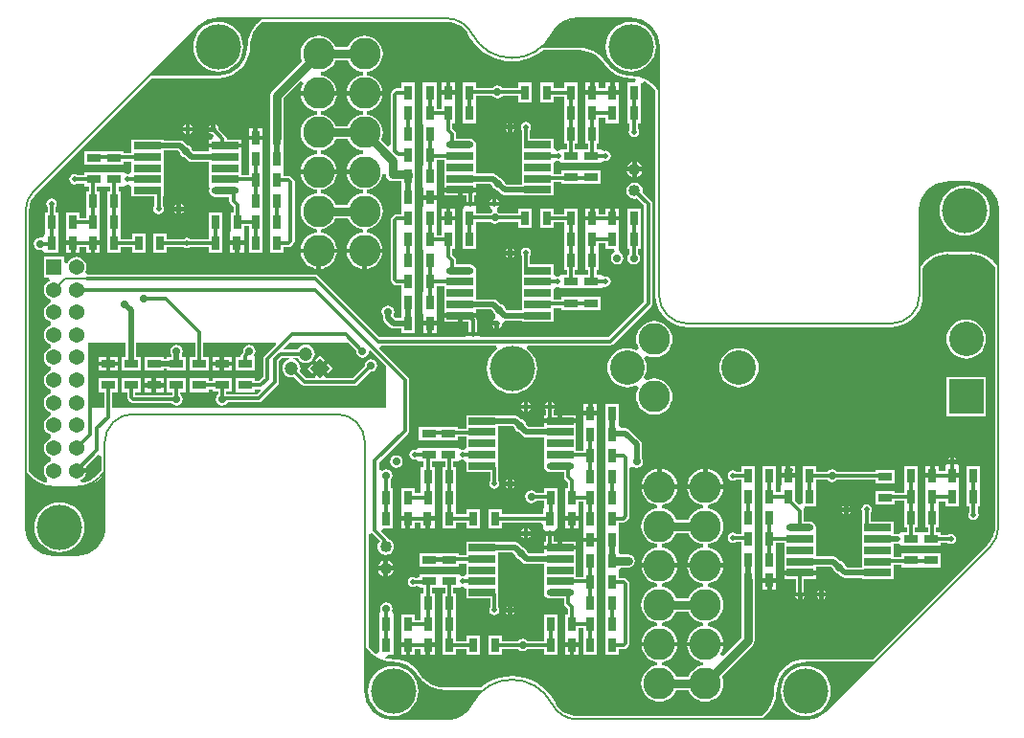
<source format=gtl>
G04*
G04 #@! TF.GenerationSoftware,Altium Limited,Altium Designer,20.1.10 (176)*
G04*
G04 Layer_Physical_Order=1*
G04 Layer_Color=5064179*
%FSAX42Y42*%
%MOMM*%
G71*
G04*
G04 #@! TF.SameCoordinates,9C08BAFA-1892-4BA1-9AB8-C06810583842*
G04*
G04*
G04 #@! TF.FilePolarity,Positive*
G04*
G01*
G75*
%ADD10C,0.20*%
%ADD29R,0.80X1.30*%
%ADD30R,1.30X0.80*%
%ADD31O,2.41X0.64*%
%ADD32R,2.41X0.64*%
%ADD33C,0.30*%
%ADD34C,0.50*%
%ADD35C,0.75*%
%ADD36C,0.38*%
%ADD37C,1.02*%
%ADD38C,1.20*%
%ADD39P,1.70X4X270.0*%
%ADD40C,1.37*%
%ADD41R,1.37X1.37*%
%ADD42C,3.05*%
%ADD43C,2.79*%
%ADD44R,3.05X3.05*%
%ADD45C,0.50*%
%ADD46C,0.70*%
%ADD47C,2.80*%
%ADD48C,4.00*%
G36*
X002173Y006333D02*
X002101Y006264D01*
X002064Y006189D01*
X002050Y006050D01*
X002050Y006050D01*
X002046Y006028D01*
X002030Y005988D01*
X002008Y005950D01*
X001979Y005917D01*
X001945Y005889D01*
X001907Y005867D01*
X001866Y005853D01*
X001822Y005845D01*
X001801Y005845D01*
X001218Y005845D01*
X001213Y005857D01*
X001567Y006217D01*
X001575Y006225D01*
X001575Y006225D01*
X001584Y006239D01*
X001606Y006264D01*
X001631Y006286D01*
X001658Y006305D01*
X001687Y006321D01*
X001718Y006333D01*
X001751Y006341D01*
X001784Y006345D01*
X001800Y006345D01*
X002168Y006345D01*
X002173Y006333D01*
D02*
G37*
G36*
X005522Y006329D02*
X005567Y006311D01*
X005608Y006283D01*
X005643Y006248D01*
X005670Y006208D01*
X005689Y006162D01*
X005699Y006114D01*
X005699Y006089D01*
X005699Y005723D01*
X005687Y005719D01*
X005664Y005746D01*
X005664Y005746D01*
X005664D01*
X005652Y005759D01*
X005626Y005782D01*
X005597Y005802D01*
X005566Y005817D01*
X005550Y005823D01*
X005522Y005828D01*
X005465Y005838D01*
X005410Y005849D01*
X005354Y005863D01*
X005327Y005871D01*
X005153Y006045D01*
X005153Y006045D01*
X005140Y006053D01*
X005112Y006067D01*
X005082Y006078D01*
X005052Y006087D01*
X005021Y006093D01*
X004990Y006095D01*
X004958Y006095D01*
X004927Y006092D01*
X004912Y006089D01*
X004881Y006088D01*
X004819Y006087D01*
X004757Y006087D01*
X004695Y006089D01*
X004679Y006089D01*
X004675Y006094D01*
X004672Y006102D01*
X004675Y006106D01*
X004680Y006112D01*
X004682Y006115D01*
X004776Y006245D01*
X004839Y006307D01*
X004946Y006339D01*
X005449Y006339D01*
X005449Y006339D01*
X005449Y006339D01*
X005473Y006339D01*
X005522Y006329D01*
D02*
G37*
G36*
X003820Y006314D02*
Y006314D01*
X003849Y006312D01*
X003863Y006311D01*
X003904Y006298D01*
X003942Y006278D01*
X003975Y006250D01*
X004000Y006220D01*
X004014Y006196D01*
X004023Y006180D01*
X004029Y006172D01*
X004055Y006133D01*
X004092Y006090D01*
X004134Y006053D01*
X004181Y006022D01*
X004232Y005997D01*
X004285Y005979D01*
X004340Y005968D01*
X004397Y005964D01*
X004453Y005968D01*
X004508Y005979D01*
X004562Y005997D01*
X004612Y006022D01*
X004659Y006053D01*
X004671Y006063D01*
X004934D01*
X004964Y006063D01*
X004964Y006063D01*
X004993Y006064D01*
X005028Y006061D01*
X005069Y006051D01*
X005108Y006035D01*
X005144Y006013D01*
X005176Y005986D01*
X005194Y005965D01*
X005211Y005942D01*
X005219Y005930D01*
X005229Y005919D01*
X005248Y005896D01*
X005282Y005868D01*
X005319Y005845D01*
X005360Y005828D01*
X005403Y005818D01*
X005447Y005814D01*
Y005814D01*
X005476Y005812D01*
X005485Y005812D01*
X005495Y005805D01*
X005487Y005775D01*
X005413D01*
Y005605D01*
X005413D01*
X005413Y005589D01*
X005413D01*
Y005419D01*
X005437D01*
Y005369D01*
X005430Y005359D01*
X005426Y005341D01*
X005430Y005324D01*
X005440Y005309D01*
X005455Y005299D01*
X005472Y005295D01*
X005490Y005299D01*
X005505Y005309D01*
X005515Y005324D01*
X005518Y005341D01*
X005515Y005359D01*
X005508Y005369D01*
Y005419D01*
X005533D01*
Y005589D01*
X005533D01*
X005533Y005605D01*
X005533D01*
X005533Y005768D01*
X005540Y005774D01*
X005540D01*
X005540Y005774D01*
X005540D01*
X005564Y005787D01*
X005569Y005785D01*
X005605Y005763D01*
X005637Y005736D01*
X005665Y005703D01*
X005666Y005701D01*
Y003895D01*
X005666Y003895D01*
X005666D01*
X005669Y003851D01*
X005680Y003808D01*
X005696Y003767D01*
X005719Y003730D01*
X005748Y003696D01*
X005782Y003668D01*
X005819Y003645D01*
X005860Y003628D01*
X005903Y003618D01*
X005947Y003614D01*
Y003614D01*
X005947Y003614D01*
X007747D01*
X007747Y003614D01*
Y003614D01*
X007791Y003618D01*
X007833Y003628D01*
X007874Y003645D01*
X007912Y003668D01*
X007945Y003696D01*
X007974Y003730D01*
X007997Y003767D01*
X008014Y003808D01*
X008024Y003851D01*
X008028Y003895D01*
X008027D01*
X008027Y003895D01*
Y004138D01*
X008034Y004148D01*
X008061Y004181D01*
X008093Y004208D01*
X008129Y004230D01*
X008168Y004246D01*
X008209Y004256D01*
X008251Y004260D01*
X008252Y004259D01*
X008447D01*
X008447Y004260D01*
X008489Y004256D01*
X008530Y004246D01*
X008569Y004230D01*
X008605Y004208D01*
X008637Y004181D01*
X008665Y004148D01*
X008666Y004146D01*
Y001849D01*
X008666Y001849D01*
X008666D01*
X008664Y001820D01*
X008662Y001806D01*
X008650Y001764D01*
X008629Y001726D01*
X008621Y001716D01*
X008602Y001693D01*
X008581Y001672D01*
X007585Y000676D01*
X007573Y000675D01*
X007572Y000676D01*
X006993D01*
Y000676D01*
X006949Y000672D01*
X006906Y000662D01*
X006866Y000645D01*
X006828Y000622D01*
X006794Y000594D01*
X006766Y000560D01*
X006743Y000523D01*
X006726Y000482D01*
X006716Y000439D01*
X006712Y000395D01*
X006712D01*
X006710Y000366D01*
X006709Y000353D01*
X006699Y000312D01*
X006683Y000273D01*
X006661Y000237D01*
X006634Y000204D01*
X006602Y000177D01*
X006599Y000176D01*
X004973D01*
X004973Y000176D01*
Y000176D01*
X004944Y000178D01*
X004930Y000179D01*
X004889Y000192D01*
X004851Y000212D01*
X004818Y000240D01*
X004793Y000270D01*
X004779Y000294D01*
X004770Y000310D01*
X004765Y000318D01*
X004739Y000357D01*
X004701Y000400D01*
X004659Y000437D01*
X004612Y000468D01*
X004562Y000493D01*
X004508Y000511D01*
X004453Y000522D01*
X004397Y000526D01*
X004340Y000522D01*
X004285Y000511D01*
X004232Y000493D01*
X004181Y000468D01*
X004134Y000437D01*
X004121Y000426D01*
X003838D01*
X003808Y000426D01*
X003808Y000426D01*
X003808Y000426D01*
Y000426D01*
X003779Y000428D01*
X003765Y000429D01*
X003724Y000439D01*
X003685Y000455D01*
X003649Y000477D01*
X003617Y000504D01*
X003600Y000525D01*
X003582Y000548D01*
X003574Y000560D01*
X003564Y000571D01*
X003545Y000594D01*
X003512Y000622D01*
X003474Y000645D01*
X003433Y000662D01*
X003391Y000672D01*
X003347Y000676D01*
X003317Y000678D01*
X003304Y000679D01*
X003273Y000686D01*
X003273Y000688D01*
X003301Y000718D01*
X003347D01*
Y000888D01*
X003347D01*
X003347Y000904D01*
X003347D01*
Y001074D01*
X003347D01*
X003338Y001104D01*
X003343Y001125D01*
X003338Y001146D01*
X003326Y001165D01*
X003308Y001177D01*
X003287Y001181D01*
X003265Y001177D01*
X003247Y001165D01*
X003235Y001146D01*
X003230Y001125D01*
X003235Y001104D01*
X003227Y001074D01*
X003227D01*
Y000904D01*
X003227D01*
X003227Y000888D01*
X003227D01*
Y000739D01*
X003197Y000722D01*
X003188Y000727D01*
X003156Y000754D01*
X003129Y000787D01*
X003127Y000789D01*
Y001785D01*
X003157Y001794D01*
X003160Y001790D01*
X003229Y001720D01*
X003218Y001706D01*
X003211Y001689D01*
X003209Y001670D01*
X003211Y001652D01*
X003218Y001635D01*
X003230Y001620D01*
X003244Y001609D01*
X003262Y001602D01*
X003280Y001599D01*
X003298Y001602D01*
X003316Y001609D01*
X003330Y001620D01*
X003342Y001635D01*
X003349Y001652D01*
X003351Y001670D01*
X003349Y001689D01*
X003342Y001706D01*
X003330Y001721D01*
X003316Y001732D01*
X003302Y001738D01*
X003300Y001747D01*
X003292Y001758D01*
X003243Y001807D01*
X003256Y001837D01*
X003346D01*
Y002007D01*
X003346D01*
X003346Y002023D01*
X003346D01*
Y002193D01*
X003322D01*
Y002258D01*
X003326Y002260D01*
X003338Y002279D01*
X003342Y002300D01*
X003338Y002321D01*
X003326Y002340D01*
X003308Y002352D01*
X003286Y002356D01*
X003265Y002352D01*
X003251Y002343D01*
X003234Y002347D01*
X003221Y002355D01*
Y002420D01*
X003475Y002675D01*
X003483Y002686D01*
X003486Y002700D01*
Y003150D01*
X003483Y003164D01*
X003475Y003175D01*
X003228Y003423D01*
X003240Y003453D01*
X004257D01*
X004267Y003423D01*
X004240Y003401D01*
X004213Y003368D01*
X004192Y003330D01*
X004180Y003288D01*
X004176Y003245D01*
X004180Y003202D01*
X004192Y003160D01*
X004213Y003122D01*
X004240Y003089D01*
X004274Y003061D01*
X004312Y003041D01*
X004354Y003028D01*
X004397Y003024D01*
X004440Y003028D01*
X004481Y003041D01*
X004519Y003061D01*
X004553Y003089D01*
X004580Y003122D01*
X004601Y003160D01*
X004613Y003202D01*
X004618Y003245D01*
X004613Y003288D01*
X004601Y003330D01*
X004580Y003368D01*
X004553Y003401D01*
X004527Y003423D01*
X004536Y003453D01*
X005263D01*
X005277Y003456D01*
X005289Y003463D01*
X005625Y003800D01*
X005633Y003811D01*
X005636Y003825D01*
Y004700D01*
X005633Y004714D01*
X005625Y004725D01*
X005549Y004801D01*
X005549Y004802D01*
X005551Y004820D01*
X005549Y004838D01*
X005542Y004856D01*
X005530Y004870D01*
X005516Y004882D01*
X005498Y004889D01*
X005480Y004891D01*
X005462Y004889D01*
X005444Y004882D01*
X005430Y004870D01*
X005418Y004856D01*
X005411Y004838D01*
X005409Y004820D01*
X005411Y004802D01*
X005418Y004784D01*
X005430Y004770D01*
X005444Y004758D01*
X005462Y004751D01*
X005480Y004749D01*
X005498Y004751D01*
X005499Y004751D01*
X005564Y004685D01*
Y003840D01*
X005249Y003524D01*
X004118D01*
X004111Y003533D01*
X003989D01*
X003982Y003524D01*
X003226D01*
X002681Y004069D01*
X002670Y004077D01*
X002656Y004080D01*
X000646D01*
X000636Y004089D01*
X000627Y004107D01*
X000633Y004122D01*
X000636Y004145D01*
X000633Y004168D01*
X000624Y004190D01*
X000610Y004208D01*
X000591Y004222D01*
X000570Y004231D01*
X000547Y004234D01*
X000524Y004231D01*
X000502Y004222D01*
X000483Y004208D01*
X000469Y004190D01*
X000465Y004180D01*
X000435Y004186D01*
Y004234D01*
X000258D01*
Y004056D01*
X000306D01*
X000312Y004026D01*
X000302Y004022D01*
X000283Y004008D01*
X000269Y003990D01*
X000260Y003968D01*
X000257Y003945D01*
X000260Y003922D01*
X000269Y003900D01*
X000283Y003882D01*
X000302Y003868D01*
X000319Y003861D01*
X000321Y003845D01*
X000319Y003829D01*
X000302Y003822D01*
X000283Y003808D01*
X000269Y003790D01*
X000260Y003768D01*
X000257Y003745D01*
X000260Y003722D01*
X000269Y003700D01*
X000283Y003682D01*
X000302Y003668D01*
X000319Y003661D01*
X000321Y003645D01*
X000319Y003629D01*
X000302Y003622D01*
X000283Y003608D01*
X000269Y003590D01*
X000260Y003568D01*
X000257Y003545D01*
X000260Y003522D01*
X000269Y003500D01*
X000283Y003482D01*
X000302Y003468D01*
X000319Y003461D01*
X000321Y003445D01*
X000319Y003429D01*
X000302Y003422D01*
X000283Y003408D01*
X000269Y003390D01*
X000260Y003368D01*
X000257Y003345D01*
X000260Y003322D01*
X000269Y003300D01*
X000283Y003282D01*
X000302Y003268D01*
X000319Y003261D01*
X000321Y003245D01*
X000319Y003229D01*
X000302Y003222D01*
X000283Y003208D01*
X000269Y003190D01*
X000260Y003168D01*
X000257Y003145D01*
X000260Y003122D01*
X000269Y003100D01*
X000283Y003082D01*
X000302Y003068D01*
X000319Y003061D01*
X000321Y003045D01*
X000319Y003029D01*
X000302Y003022D01*
X000283Y003008D01*
X000269Y002990D01*
X000260Y002968D01*
X000257Y002945D01*
X000260Y002922D01*
X000269Y002900D01*
X000283Y002882D01*
X000302Y002868D01*
X000319Y002861D01*
X000321Y002845D01*
X000319Y002829D01*
X000302Y002822D01*
X000283Y002808D01*
X000269Y002790D01*
X000260Y002768D01*
X000257Y002745D01*
X000260Y002722D01*
X000269Y002700D01*
X000283Y002682D01*
X000302Y002668D01*
X000319Y002661D01*
X000321Y002645D01*
X000319Y002629D01*
X000302Y002622D01*
X000283Y002608D01*
X000269Y002590D01*
X000260Y002568D01*
X000257Y002545D01*
X000260Y002522D01*
X000269Y002500D01*
X000283Y002482D01*
X000302Y002468D01*
X000319Y002461D01*
X000321Y002445D01*
X000319Y002429D01*
X000302Y002422D01*
X000283Y002408D01*
X000269Y002390D01*
X000260Y002368D01*
X000257Y002345D01*
X000260Y002322D01*
X000269Y002300D01*
X000283Y002282D01*
X000285Y002281D01*
X000283Y002244D01*
X000276Y002240D01*
X000263Y002244D01*
X000224Y002260D01*
X000188Y002282D01*
X000156Y002309D01*
X000129Y002342D01*
X000127Y002344D01*
Y004611D01*
X000127Y004641D01*
X000130Y004670D01*
X000131Y004684D01*
X000144Y004726D01*
X000164Y004764D01*
X000173Y004774D01*
X000191Y004797D01*
X000192Y004797D01*
X000213Y004818D01*
X001210Y005815D01*
X001800D01*
X001801Y005814D01*
Y005814D01*
X001844Y005818D01*
X001887Y005828D01*
X001928Y005845D01*
X001966Y005868D01*
X001999Y005896D01*
X002028Y005930D01*
X002051Y005968D01*
X002068Y006008D01*
X002078Y006051D01*
X002081Y006095D01*
X002081D01*
X002083Y006124D01*
X002084Y006137D01*
X002094Y006178D01*
X002110Y006217D01*
X002132Y006253D01*
X002160Y006286D01*
X002192Y006313D01*
X002194Y006314D01*
X003820D01*
X003820Y006314D01*
D02*
G37*
G36*
X008247Y004895D02*
X008436Y004895D01*
X008436Y004895D01*
X008436Y004895D01*
X008452Y004895D01*
X008485Y004891D01*
X008518Y004883D01*
X008550Y004872D01*
X008565Y004865D01*
X008580Y004857D01*
X008608Y004838D01*
X008633Y004815D01*
X008654Y004789D01*
X008672Y004760D01*
X008686Y004729D01*
X008695Y004696D01*
X008700Y004663D01*
X008700Y004646D01*
X008700Y004191D01*
X008687Y004185D01*
X008681Y004190D01*
X008642Y004217D01*
X008600Y004240D01*
X008557Y004259D01*
X008512Y004275D01*
X008465Y004286D01*
X008418Y004293D01*
X008370Y004295D01*
X008347Y004295D01*
X008163Y004276D01*
X008163Y004276D01*
X008149Y004273D01*
X008123Y004264D01*
X008097Y004252D01*
X008073Y004237D01*
X008052Y004219D01*
X008032Y004199D01*
X008016Y004176D01*
X008009Y004164D01*
X007997Y004168D01*
X007997Y004645D01*
X007997Y004645D01*
X007997Y004645D01*
X007997Y004670D01*
X008006Y004718D01*
X008025Y004763D01*
X008053Y004804D01*
X008088Y004839D01*
X008129Y004867D01*
X008174Y004885D01*
X008223Y004895D01*
X008247Y004895D01*
D02*
G37*
G36*
X003020Y003405D02*
X003019Y003400D01*
X003023Y003379D01*
X003035Y003360D01*
X003054Y003348D01*
X003075Y003344D01*
X003096Y003348D01*
X003115Y003360D01*
X003127Y003379D01*
X003131Y003400D01*
X003131Y003401D01*
X003143Y003407D01*
X003280Y003270D01*
Y002900D01*
X000865D01*
Y003040D01*
X000914D01*
Y003160D01*
X000744D01*
Y003040D01*
X000794D01*
Y002900D01*
X000650D01*
Y003475D01*
X000984D01*
Y003350D01*
X000945D01*
Y003230D01*
X001115D01*
Y003350D01*
X001076D01*
Y003475D01*
X001597D01*
Y003350D01*
X001548D01*
Y003230D01*
X001718D01*
Y003350D01*
X001669D01*
Y003475D01*
X002308D01*
X002313Y003463D01*
X002207Y003357D01*
X002199Y003346D01*
X002196Y003332D01*
Y003172D01*
X002160Y003136D01*
X002120D01*
Y003160D01*
X001950D01*
Y003040D01*
X002120D01*
Y003064D01*
X002171D01*
X002176Y003054D01*
X002177Y003052D01*
X002143Y003019D01*
X001870D01*
Y003041D01*
X001919D01*
Y003160D01*
X001749D01*
Y003136D01*
X001718D01*
Y003160D01*
X001548D01*
Y003040D01*
X001718D01*
Y003065D01*
X001749D01*
Y003041D01*
X001798D01*
Y003017D01*
X001794Y003015D01*
X001782Y002996D01*
X001778Y002975D01*
X001782Y002954D01*
X001794Y002935D01*
X001813Y002923D01*
X001834Y002919D01*
X001856Y002923D01*
X001874Y002935D01*
X001882Y002947D01*
X002158D01*
X002172Y002950D01*
X002183Y002958D01*
X002325Y003100D01*
X002333Y003111D01*
X002336Y003125D01*
Y003315D01*
X002362Y003341D01*
X002429D01*
X002430Y003329D01*
X002425Y003328D01*
X002406Y003320D01*
X002389Y003307D01*
X002376Y003290D01*
X002368Y003271D01*
X002365Y003250D01*
X002368Y003229D01*
X002376Y003210D01*
X002389Y003193D01*
X002406Y003180D01*
X002425Y003172D01*
X002446Y003169D01*
X002467Y003172D01*
X002472Y003174D01*
X002541Y003105D01*
X002552Y003097D01*
X002566Y003094D01*
X003005D01*
X003019Y003097D01*
X003030Y003105D01*
X003145Y003220D01*
X003150Y003219D01*
X003171Y003223D01*
X003190Y003235D01*
X003202Y003254D01*
X003206Y003275D01*
X003202Y003296D01*
X003190Y003315D01*
X003171Y003327D01*
X003150Y003331D01*
X003129Y003327D01*
X003110Y003315D01*
X003098Y003296D01*
X003094Y003275D01*
X003095Y003270D01*
X002990Y003166D01*
X002746D01*
X002741Y003178D01*
X002742Y003179D01*
X002700Y003222D01*
X002658Y003179D01*
X002659Y003178D01*
X002654Y003166D01*
X002581D01*
X002522Y003224D01*
X002524Y003229D01*
X002527Y003250D01*
X002524Y003271D01*
X002516Y003290D01*
X002503Y003307D01*
X002486Y003320D01*
X002467Y003328D01*
X002462Y003329D01*
X002463Y003341D01*
X002501D01*
X002503Y003337D01*
X002516Y003320D01*
X002533Y003307D01*
X002552Y003299D01*
X002573Y003296D01*
X002594Y003299D01*
X002613Y003307D01*
X002630Y003320D01*
X002643Y003337D01*
X002651Y003356D01*
X002654Y003377D01*
X002651Y003398D01*
X002643Y003417D01*
X002630Y003434D01*
X002613Y003447D01*
X002594Y003455D01*
X002573Y003458D01*
X002552Y003455D01*
X002533Y003447D01*
X002516Y003434D01*
X002503Y003417D01*
X002501Y003413D01*
X002380D01*
X002375Y003424D01*
X002425Y003475D01*
X002950D01*
X003020Y003405D01*
D02*
G37*
G36*
X000766Y002472D02*
Y002352D01*
X000760Y002342D01*
X000732Y002309D01*
X000700Y002282D01*
X000664Y002260D01*
X000625Y002244D01*
X000594Y002236D01*
X000584Y002265D01*
X000591Y002268D01*
X000610Y002282D01*
X000624Y002300D01*
X000633Y002322D01*
X000633Y002325D01*
X000547D01*
Y002365D01*
X000633D01*
X000633Y002368D01*
X000629Y002377D01*
X000736Y002484D01*
X000766Y002472D01*
D02*
G37*
G36*
X000801Y002321D02*
Y001843D01*
X000801Y001843D01*
X000801Y001819D01*
X000791Y001770D01*
X000772Y001725D01*
X000745Y001684D01*
X000710Y001649D01*
X000669Y001622D01*
X000624Y001603D01*
X000575Y001593D01*
X000551Y001593D01*
X000362Y001593D01*
X000346Y001593D01*
X000312Y001597D01*
X000280Y001605D01*
X000248Y001616D01*
X000233Y001624D01*
X000218Y001631D01*
X000190Y001650D01*
X000165Y001673D01*
X000143Y001699D01*
X000126Y001728D01*
X000112Y001759D01*
X000103Y001792D01*
X000098Y001825D01*
X000098Y001842D01*
X000097Y002306D01*
X000108Y002311D01*
X000114Y002306D01*
X000152Y002275D01*
X000193Y002248D01*
X000236Y002226D01*
X000282Y002210D01*
X000330Y002198D01*
X000378Y002192D01*
X000427Y002191D01*
X000451Y002193D01*
X000635Y002212D01*
X000635Y002212D01*
X000635Y002212D01*
X000648Y002215D01*
X000675Y002224D01*
X000701Y002236D01*
X000724Y002251D01*
X000746Y002269D01*
X000765Y002289D01*
X000782Y002312D01*
X000788Y002324D01*
X000801Y002321D01*
D02*
G37*
G36*
X003134Y000745D02*
X003146Y000732D01*
X003172Y000709D01*
X003201Y000689D01*
X003232Y000674D01*
X003248Y000667D01*
Y000667D01*
X003277Y000663D01*
X003297Y000660D01*
X003300Y000659D01*
X003301Y000659D01*
X003302Y000659D01*
X003303Y000658D01*
X003304Y000658D01*
X003333Y000653D01*
X003388Y000641D01*
X003444Y000628D01*
X003471Y000620D01*
X003645Y000446D01*
X003645Y000446D01*
X003659Y000438D01*
X003687Y000424D01*
X003716Y000412D01*
X003746Y000404D01*
X003777Y000398D01*
X003808Y000395D01*
X003840Y000396D01*
X003871Y000399D01*
X003887Y000402D01*
X003887Y000402D01*
X003918Y000403D01*
X003980Y000403D01*
X004042Y000403D01*
X004103Y000402D01*
X004120Y000402D01*
X004124Y000397D01*
X004126Y000389D01*
X004123Y000385D01*
X004118Y000379D01*
X004116Y000376D01*
X004022Y000246D01*
X003959Y000184D01*
X003852Y000152D01*
X003350Y000152D01*
Y000152D01*
X003325Y000152D01*
X003277Y000161D01*
X003231Y000180D01*
X003190Y000207D01*
X003155Y000242D01*
X003128Y000283D01*
X003109Y000329D01*
X003100Y000377D01*
X003100Y000402D01*
X003100Y000767D01*
X003112Y000772D01*
X003134Y000745D01*
D02*
G37*
G36*
X006998Y000651D02*
X007581Y000651D01*
X007586Y000640D01*
X007224Y000272D01*
X007214Y000258D01*
X007193Y000233D01*
X007168Y000210D01*
X007141Y000191D01*
X007111Y000176D01*
X007080Y000164D01*
X007048Y000156D01*
X007015Y000152D01*
X006998Y000152D01*
X006631Y000152D01*
X006626Y000163D01*
X006698Y000233D01*
X006734Y000307D01*
X006749Y000447D01*
X006749Y000447D01*
X006753Y000468D01*
X006769Y000509D01*
X006791Y000547D01*
X006820Y000580D01*
X006854Y000608D01*
X006892Y000629D01*
X006933Y000644D01*
X006976Y000651D01*
X006998Y000651D01*
D02*
G37*
%LPC*%
G36*
X001800Y006316D02*
X001757Y006312D01*
X001716Y006299D01*
X001677Y006279D01*
X001644Y006251D01*
X001616Y006218D01*
X001596Y006180D01*
X001583Y006138D01*
X001579Y006095D01*
X001583Y006052D01*
X001596Y006010D01*
X001616Y005972D01*
X001644Y005939D01*
X001677Y005911D01*
X001716Y005891D01*
X001757Y005878D01*
X001800Y005874D01*
X001843Y005878D01*
X001885Y005891D01*
X001923Y005911D01*
X001957Y005939D01*
X001984Y005972D01*
X002004Y006010D01*
X002017Y006052D01*
X002021Y006095D01*
X002017Y006138D01*
X002004Y006180D01*
X001984Y006218D01*
X001957Y006251D01*
X001923Y006279D01*
X001885Y006299D01*
X001843Y006312D01*
X001800Y006316D01*
D02*
G37*
G36*
X005447D02*
X005404Y006312D01*
X005362Y006299D01*
X005324Y006279D01*
X005290Y006251D01*
X005263Y006218D01*
X005242Y006180D01*
X005230Y006138D01*
X005226Y006095D01*
X005230Y006052D01*
X005242Y006010D01*
X005263Y005972D01*
X005290Y005939D01*
X005324Y005911D01*
X005362Y005891D01*
X005404Y005878D01*
X005447Y005874D01*
X005490Y005878D01*
X005531Y005891D01*
X005569Y005911D01*
X005603Y005939D01*
X005630Y005972D01*
X005651Y006010D01*
X005663Y006052D01*
X005668Y006095D01*
X005663Y006138D01*
X005651Y006180D01*
X005630Y006218D01*
X005603Y006251D01*
X005569Y006279D01*
X005531Y006299D01*
X005490Y006312D01*
X005447Y006316D01*
D02*
G37*
G36*
X003093Y006192D02*
X003062Y006189D01*
X003032Y006180D01*
X003004Y006165D01*
X002980Y006145D01*
X002960Y006121D01*
X002945Y006093D01*
X002944Y006090D01*
X002839D01*
X002838Y006093D01*
X002823Y006121D01*
X002803Y006145D01*
X002779Y006165D01*
X002751Y006180D01*
X002721Y006189D01*
X002689Y006192D01*
X002658Y006189D01*
X002628Y006180D01*
X002600Y006165D01*
X002576Y006145D01*
X002556Y006121D01*
X002541Y006093D01*
X002532Y006063D01*
X002529Y006031D01*
X002532Y006000D01*
X002541Y005970D01*
X002542Y005967D01*
X002278Y005703D01*
X002265Y005684D01*
X002261Y005661D01*
Y005373D01*
X002259D01*
Y005216D01*
X002259Y005203D01*
X002259D01*
X002260Y005187D01*
X002260D01*
Y005030D01*
X002259Y005001D01*
X002259Y004987D01*
Y004845D01*
X002259Y004815D01*
X002259Y004801D01*
Y004658D01*
X002259Y004645D01*
X002259D01*
X002260Y004629D01*
X002260D01*
Y004473D01*
X002260Y004451D01*
X002260Y004429D01*
Y004273D01*
X002380D01*
Y004322D01*
X002422D01*
X002436Y004325D01*
X002448Y004332D01*
X002465Y004350D01*
X002473Y004362D01*
X002476Y004375D01*
Y004898D01*
X002473Y004912D01*
X002465Y004923D01*
X002448Y004941D01*
X002436Y004949D01*
X002422Y004951D01*
X002379D01*
Y004987D01*
X002380Y005017D01*
X002380Y005030D01*
Y005173D01*
X002380Y005187D01*
X002380D01*
X002379Y005203D01*
X002379D01*
Y005373D01*
X002378D01*
Y005637D01*
X002533Y005792D01*
X002556Y005772D01*
X002541Y005745D01*
X002532Y005714D01*
X002530Y005703D01*
X002848D01*
X002847Y005714D01*
X002838Y005745D01*
X002823Y005772D01*
X002803Y005797D01*
X002779Y005817D01*
X002751Y005832D01*
X002721Y005841D01*
X002707Y005842D01*
Y005872D01*
X002721Y005874D01*
X002751Y005883D01*
X002779Y005898D01*
X002803Y005918D01*
X002823Y005942D01*
X002838Y005970D01*
X002839Y005973D01*
X002944D01*
X002945Y005970D01*
X002960Y005942D01*
X002980Y005918D01*
X003004Y005898D01*
X003032Y005883D01*
X003062Y005874D01*
X003076Y005872D01*
Y005842D01*
X003062Y005841D01*
X003032Y005832D01*
X003004Y005817D01*
X002980Y005797D01*
X002960Y005772D01*
X002945Y005745D01*
X002936Y005714D01*
X002934Y005703D01*
X003252D01*
X003251Y005714D01*
X003242Y005745D01*
X003227Y005772D01*
X003207Y005797D01*
X003183Y005817D01*
X003155Y005832D01*
X003125Y005841D01*
X003111Y005842D01*
Y005872D01*
X003125Y005874D01*
X003155Y005883D01*
X003183Y005898D01*
X003207Y005918D01*
X003227Y005942D01*
X003242Y005970D01*
X003251Y006000D01*
X003254Y006031D01*
X003251Y006063D01*
X003242Y006093D01*
X003227Y006121D01*
X003207Y006145D01*
X003183Y006165D01*
X003155Y006180D01*
X003125Y006189D01*
X003093Y006192D01*
D02*
G37*
G36*
X004573Y005775D02*
X004453D01*
Y005731D01*
X004312D01*
X004309Y005735D01*
X004291Y005747D01*
X004269Y005751D01*
X004248Y005747D01*
X004230Y005735D01*
X004227Y005731D01*
X004083D01*
Y005775D01*
X003963D01*
Y005605D01*
X003963D01*
X003961Y005589D01*
X003961Y005589D01*
X003961Y005576D01*
Y005419D01*
X004081D01*
Y005589D01*
X004081D01*
X004083Y005605D01*
X004083Y005605D01*
X004083Y005618D01*
Y005659D01*
X004227D01*
X004230Y005655D01*
X004248Y005643D01*
X004269Y005639D01*
X004291Y005643D01*
X004309Y005655D01*
X004312Y005659D01*
X004453D01*
Y005605D01*
X004573D01*
Y005775D01*
D02*
G37*
G36*
X005263D02*
X005223D01*
Y005726D01*
X005167D01*
Y005775D01*
X005127D01*
Y005690D01*
X005107D01*
Y005670D01*
X005047D01*
Y005619D01*
X005047Y005589D01*
X005047Y005576D01*
Y005419D01*
X005047D01*
X005047Y005403D01*
X005047D01*
Y005233D01*
X005071D01*
Y005188D01*
X005036D01*
X005006Y005188D01*
X004983Y005188D01*
X004953D01*
Y005233D01*
X004977D01*
Y005403D01*
X004977D01*
X004977Y005419D01*
X004977D01*
Y005589D01*
X004977D01*
X004977Y005605D01*
X004977D01*
X004977Y005619D01*
Y005775D01*
X004857D01*
Y005726D01*
X004763D01*
Y005775D01*
X004643D01*
Y005605D01*
X004763D01*
Y005655D01*
X004857D01*
Y005605D01*
X004857D01*
X004857Y005589D01*
X004857D01*
X004857Y005576D01*
Y005419D01*
X004857D01*
X004857Y005403D01*
X004857D01*
Y005233D01*
X004882D01*
Y005188D01*
X004836D01*
Y005188D01*
X004810Y005176D01*
X004796Y005173D01*
X004791Y005174D01*
X004791Y005174D01*
X004766Y005191D01*
Y005280D01*
X004555D01*
Y005356D01*
X004562Y005365D01*
X004565Y005383D01*
X004562Y005401D01*
X004552Y005415D01*
X004537Y005425D01*
X004519Y005429D01*
X004502Y005425D01*
X004487Y005415D01*
X004477Y005401D01*
X004473Y005383D01*
X004477Y005365D01*
X004484Y005355D01*
Y005245D01*
X004484Y005241D01*
Y005176D01*
Y005076D01*
Y004976D01*
Y004874D01*
X004348D01*
X004332Y004889D01*
X004330Y004900D01*
X004318Y004918D01*
X004300Y004930D01*
X004289Y004932D01*
X004261Y004960D01*
X004246Y004970D01*
X004229Y004974D01*
X004080D01*
Y005076D01*
Y005180D01*
X004080D01*
X004077Y005209D01*
X004077Y005210D01*
X004081Y005228D01*
X004077Y005248D01*
X004065Y005265D01*
X004048Y005277D01*
X004028Y005281D01*
X003901D01*
Y005321D01*
X003898Y005335D01*
X003891Y005346D01*
X003867Y005370D01*
Y005419D01*
X003891D01*
Y005576D01*
X003893Y005605D01*
X003893Y005618D01*
Y005670D01*
X003773D01*
Y005618D01*
X003771Y005589D01*
X003771Y005576D01*
Y005540D01*
X003729D01*
Y005589D01*
X003729D01*
Y005605D01*
X003729D01*
Y005775D01*
X003609D01*
Y005605D01*
X003609D01*
Y005589D01*
X003609D01*
Y005433D01*
X003609Y005419D01*
X003609D01*
X003610Y005403D01*
X003610D01*
Y005233D01*
X003610D01*
Y005217D01*
X003610D01*
Y005047D01*
X003610D01*
X003609Y005031D01*
X003609D01*
Y004875D01*
X003609Y004861D01*
X003610Y004832D01*
Y004781D01*
X003670D01*
X003730D01*
Y004832D01*
X003730Y004846D01*
X003729Y004875D01*
Y005031D01*
X003729D01*
X003730Y005047D01*
X003730D01*
X003730Y005061D01*
Y005092D01*
X003799D01*
Y004976D01*
Y004876D01*
Y004848D01*
X003939D01*
X004080D01*
Y004882D01*
X004210D01*
X004224Y004867D01*
X004227Y004857D01*
X004239Y004839D01*
X004257Y004827D01*
X004267Y004824D01*
X004296Y004796D01*
X004311Y004786D01*
X004329Y004782D01*
X004484D01*
Y004776D01*
X004766D01*
Y004897D01*
X004836D01*
Y004878D01*
X005006D01*
Y004878D01*
X005013Y004878D01*
Y004878D01*
X005036Y004878D01*
X005183D01*
Y004998D01*
X005013D01*
Y004998D01*
X005006Y004998D01*
Y004998D01*
X004836D01*
Y004969D01*
X004766D01*
Y005072D01*
X004782Y005083D01*
X004785Y005085D01*
X004796Y005087D01*
X004810Y005084D01*
X004836Y005068D01*
Y005068D01*
X004983D01*
X005013Y005068D01*
X005036Y005068D01*
X005183D01*
X005183Y005068D01*
X005213Y005084D01*
X005223Y005082D01*
X005241Y005086D01*
X005256Y005096D01*
X005266Y005111D01*
X005269Y005128D01*
X005266Y005146D01*
X005256Y005161D01*
X005241Y005170D01*
X005223Y005174D01*
X005213Y005172D01*
X005183Y005188D01*
Y005188D01*
X005143D01*
Y005233D01*
X005167D01*
Y005403D01*
X005167D01*
X005167Y005419D01*
X005167D01*
Y005469D01*
X005223D01*
Y005419D01*
X005343D01*
Y005575D01*
X005343Y005589D01*
X005343Y005619D01*
Y005670D01*
X005283D01*
Y005690D01*
X005263D01*
Y005775D01*
D02*
G37*
G36*
X005343D02*
X005303D01*
Y005710D01*
X005343D01*
Y005775D01*
D02*
G37*
G36*
X003893D02*
X003853D01*
Y005710D01*
X003893D01*
Y005775D01*
D02*
G37*
G36*
X003813D02*
X003773D01*
Y005710D01*
X003813D01*
Y005775D01*
D02*
G37*
G36*
X005087D02*
X005047D01*
Y005710D01*
X005087D01*
Y005775D01*
D02*
G37*
G36*
X004399Y005424D02*
Y005403D01*
X004420D01*
X004412Y005415D01*
X004399Y005424D01*
D02*
G37*
G36*
X004359D02*
X004347Y005415D01*
X004338Y005403D01*
X004359D01*
Y005424D01*
D02*
G37*
G36*
X001551Y005406D02*
Y005385D01*
X001572D01*
X001564Y005398D01*
X001551Y005406D01*
D02*
G37*
G36*
X001511D02*
X001499Y005398D01*
X001491Y005385D01*
X001511D01*
Y005406D01*
D02*
G37*
G36*
X001736Y005403D02*
X001724Y005395D01*
X001716Y005382D01*
X001736D01*
Y005403D01*
D02*
G37*
G36*
X004420Y005363D02*
X004399D01*
Y005342D01*
X004412Y005351D01*
X004420Y005363D01*
D02*
G37*
G36*
X004359D02*
X004338D01*
X004347Y005351D01*
X004359Y005342D01*
Y005363D01*
D02*
G37*
G36*
X001572Y005345D02*
X001551D01*
Y005324D01*
X001564Y005333D01*
X001572Y005345D01*
D02*
G37*
G36*
X001511D02*
X001491D01*
X001499Y005333D01*
X001511Y005324D01*
Y005345D01*
D02*
G37*
G36*
X002189Y005373D02*
X002149D01*
Y005308D01*
X002189D01*
Y005373D01*
D02*
G37*
G36*
X002109D02*
X002069D01*
Y005308D01*
X002109D01*
Y005373D01*
D02*
G37*
G36*
X001776Y005403D02*
Y005362D01*
X001756D01*
Y005342D01*
X001716D01*
X001724Y005330D01*
X001739Y005320D01*
X001748Y005318D01*
X001760Y005301D01*
X001746Y005272D01*
X001719D01*
Y005240D01*
X001860D01*
X002001D01*
X002001Y005240D01*
Y005272D01*
X001969D01*
X001966Y005273D01*
X001962Y005272D01*
X001875D01*
Y005279D01*
X001872Y005293D01*
X001865Y005305D01*
X001801Y005368D01*
X001799Y005380D01*
X001789Y005395D01*
X001776Y005403D01*
D02*
G37*
G36*
X003539Y005775D02*
X003419D01*
Y005726D01*
X003377D01*
X003363Y005723D01*
X003352Y005716D01*
X003334Y005698D01*
X003326Y005686D01*
X003324Y005673D01*
Y005227D01*
X003296Y005215D01*
X003240Y005271D01*
X003242Y005273D01*
X003251Y005303D01*
X003254Y005335D01*
X003251Y005366D01*
X003242Y005396D01*
X003227Y005424D01*
X003207Y005448D01*
X003183Y005468D01*
X003155Y005483D01*
X003125Y005492D01*
X003111Y005494D01*
Y005524D01*
X003125Y005525D01*
X003155Y005535D01*
X003183Y005549D01*
X003207Y005569D01*
X003227Y005594D01*
X003242Y005622D01*
X003251Y005652D01*
X003252Y005663D01*
X002934D01*
X002936Y005652D01*
X002945Y005622D01*
X002960Y005594D01*
X002980Y005569D01*
X003004Y005549D01*
X003032Y005535D01*
X003062Y005525D01*
X003076Y005524D01*
Y005494D01*
X003062Y005492D01*
X003032Y005483D01*
X003004Y005468D01*
X002980Y005448D01*
X002960Y005424D01*
X002945Y005396D01*
X002944Y005393D01*
X002839D01*
X002838Y005396D01*
X002823Y005424D01*
X002803Y005448D01*
X002779Y005468D01*
X002751Y005483D01*
X002721Y005492D01*
X002707Y005494D01*
Y005524D01*
X002721Y005525D01*
X002751Y005535D01*
X002779Y005549D01*
X002803Y005569D01*
X002823Y005594D01*
X002838Y005622D01*
X002847Y005652D01*
X002848Y005663D01*
X002530D01*
X002532Y005652D01*
X002541Y005622D01*
X002556Y005594D01*
X002576Y005569D01*
X002600Y005549D01*
X002628Y005535D01*
X002658Y005525D01*
X002672Y005524D01*
Y005494D01*
X002658Y005492D01*
X002628Y005483D01*
X002600Y005468D01*
X002576Y005448D01*
X002556Y005424D01*
X002541Y005396D01*
X002532Y005366D01*
X002529Y005335D01*
X002532Y005303D01*
X002541Y005273D01*
X002556Y005245D01*
X002576Y005221D01*
X002600Y005201D01*
X002628Y005186D01*
X002658Y005177D01*
X002672Y005176D01*
Y005146D01*
X002658Y005144D01*
X002628Y005135D01*
X002600Y005120D01*
X002576Y005100D01*
X002556Y005076D01*
X002541Y005048D01*
X002532Y005018D01*
X002530Y005007D01*
X002848D01*
X002847Y005018D01*
X002838Y005048D01*
X002823Y005076D01*
X002803Y005100D01*
X002779Y005120D01*
X002751Y005135D01*
X002721Y005144D01*
X002707Y005146D01*
Y005176D01*
X002721Y005177D01*
X002751Y005186D01*
X002779Y005201D01*
X002803Y005221D01*
X002823Y005245D01*
X002838Y005273D01*
X002839Y005276D01*
X002944D01*
X002945Y005273D01*
X002960Y005245D01*
X002980Y005221D01*
X003004Y005201D01*
X003032Y005186D01*
X003062Y005177D01*
X003076Y005176D01*
Y005146D01*
X003062Y005144D01*
X003032Y005135D01*
X003004Y005120D01*
X002980Y005100D01*
X002960Y005076D01*
X002945Y005048D01*
X002936Y005018D01*
X002934Y005007D01*
X003093D01*
Y004967D01*
X002934D01*
X002936Y004955D01*
X002945Y004925D01*
X002960Y004897D01*
X002980Y004873D01*
X003004Y004853D01*
X003032Y004838D01*
X003062Y004829D01*
X003076Y004827D01*
Y004797D01*
X003062Y004796D01*
X003032Y004787D01*
X003004Y004772D01*
X002980Y004752D01*
X002960Y004728D01*
X002945Y004700D01*
X002944Y004697D01*
X002839D01*
X002838Y004700D01*
X002823Y004728D01*
X002803Y004752D01*
X002779Y004772D01*
X002751Y004787D01*
X002721Y004796D01*
X002707Y004797D01*
Y004827D01*
X002721Y004829D01*
X002751Y004838D01*
X002779Y004853D01*
X002803Y004873D01*
X002823Y004897D01*
X002838Y004925D01*
X002847Y004955D01*
X002848Y004967D01*
X002530D01*
X002532Y004955D01*
X002541Y004925D01*
X002556Y004897D01*
X002576Y004873D01*
X002600Y004853D01*
X002628Y004838D01*
X002658Y004829D01*
X002672Y004827D01*
Y004797D01*
X002658Y004796D01*
X002628Y004787D01*
X002600Y004772D01*
X002576Y004752D01*
X002556Y004728D01*
X002541Y004700D01*
X002532Y004670D01*
X002529Y004638D01*
X002532Y004607D01*
X002541Y004577D01*
X002556Y004549D01*
X002576Y004525D01*
X002600Y004505D01*
X002628Y004490D01*
X002658Y004481D01*
X002672Y004479D01*
Y004449D01*
X002658Y004448D01*
X002628Y004439D01*
X002600Y004424D01*
X002576Y004404D01*
X002556Y004379D01*
X002541Y004352D01*
X002532Y004321D01*
X002530Y004310D01*
X002848D01*
X002847Y004321D01*
X002838Y004352D01*
X002823Y004379D01*
X002803Y004404D01*
X002779Y004424D01*
X002751Y004439D01*
X002721Y004448D01*
X002707Y004449D01*
Y004479D01*
X002721Y004481D01*
X002751Y004490D01*
X002779Y004505D01*
X002803Y004525D01*
X002823Y004549D01*
X002838Y004577D01*
X002839Y004580D01*
X002944D01*
X002945Y004577D01*
X002960Y004549D01*
X002980Y004525D01*
X003004Y004505D01*
X003032Y004490D01*
X003062Y004481D01*
X003076Y004479D01*
Y004449D01*
X003062Y004448D01*
X003032Y004439D01*
X003004Y004424D01*
X002980Y004404D01*
X002960Y004379D01*
X002945Y004352D01*
X002936Y004321D01*
X002934Y004310D01*
X003252D01*
X003251Y004321D01*
X003242Y004352D01*
X003227Y004379D01*
X003207Y004404D01*
X003183Y004424D01*
X003155Y004439D01*
X003125Y004448D01*
X003111Y004449D01*
Y004479D01*
X003125Y004481D01*
X003155Y004490D01*
X003183Y004505D01*
X003207Y004525D01*
X003227Y004549D01*
X003242Y004577D01*
X003251Y004607D01*
X003254Y004638D01*
X003251Y004670D01*
X003242Y004700D01*
X003227Y004728D01*
X003207Y004752D01*
X003183Y004772D01*
X003155Y004787D01*
X003125Y004796D01*
X003111Y004797D01*
Y004827D01*
X003125Y004829D01*
X003155Y004838D01*
X003183Y004853D01*
X003207Y004873D01*
X003227Y004897D01*
X003242Y004925D01*
X003251Y004955D01*
X003252Y004968D01*
X003282Y004966D01*
Y004965D01*
X003287Y004943D01*
X003299Y004924D01*
X003318Y004911D01*
X003341Y004906D01*
X003419D01*
Y004875D01*
X003419Y004861D01*
X003419D01*
X003420Y004846D01*
X003420D01*
Y004692D01*
X003419Y004662D01*
X003419Y004646D01*
Y004613D01*
X003377D01*
X003363Y004610D01*
X003352Y004603D01*
X003334Y004585D01*
X003326Y004573D01*
X003324Y004560D01*
Y004037D01*
X003326Y004023D01*
X003334Y004012D01*
X003352Y003994D01*
X003363Y003987D01*
X003377Y003984D01*
X003420D01*
Y003948D01*
X003419Y003918D01*
X003419Y003905D01*
Y003762D01*
X003419Y003748D01*
X003419D01*
X003420Y003733D01*
X003420D01*
Y003693D01*
X003372D01*
X003349Y003716D01*
Y003724D01*
X003352Y003729D01*
X003356Y003750D01*
X003352Y003771D01*
X003340Y003790D01*
X003321Y003802D01*
X003300Y003806D01*
X003279Y003802D01*
X003260Y003790D01*
X003248Y003771D01*
X003244Y003750D01*
X003248Y003729D01*
X003257Y003716D01*
Y003697D01*
X003260Y003680D01*
X003270Y003665D01*
X003320Y003615D01*
X003335Y003605D01*
X003353Y003601D01*
X003420D01*
Y003563D01*
X003540D01*
Y003719D01*
X003540Y003733D01*
X003540D01*
X003539Y003748D01*
X003539D01*
Y003905D01*
X003540Y003934D01*
X003540Y003948D01*
Y004090D01*
X003540Y004112D01*
X003540Y004134D01*
Y004277D01*
X003540Y004290D01*
X003540D01*
X003539Y004306D01*
X003539D01*
Y004462D01*
X003539Y004484D01*
X003539Y004506D01*
Y004646D01*
X003540Y004676D01*
X003540Y004692D01*
Y004832D01*
X003540Y004846D01*
X003540D01*
X003539Y004861D01*
X003539D01*
Y005031D01*
X003539D01*
X003540Y005047D01*
X003540D01*
Y005203D01*
X003540Y005217D01*
X003540Y005247D01*
Y005403D01*
X003540D01*
X003539Y005419D01*
X003539D01*
Y005575D01*
X003539Y005597D01*
X003539Y005619D01*
Y005775D01*
D02*
G37*
G36*
X005500Y005079D02*
Y005031D01*
X005548D01*
X005542Y005046D01*
X005530Y005061D01*
X005516Y005072D01*
X005500Y005079D01*
D02*
G37*
G36*
X005460D02*
X005444Y005072D01*
X005430Y005061D01*
X005418Y005046D01*
X005412Y005031D01*
X005460D01*
Y005079D01*
D02*
G37*
G36*
X005548Y004990D02*
X005500D01*
Y004942D01*
X005516Y004949D01*
X005530Y004960D01*
X005542Y004975D01*
X005548Y004990D01*
D02*
G37*
G36*
X005460D02*
X005412D01*
X005418Y004975D01*
X005430Y004960D01*
X005444Y004949D01*
X005460Y004942D01*
Y004990D01*
D02*
G37*
G36*
X001315Y005272D02*
X001034D01*
Y005151D01*
X000963D01*
Y005170D01*
X000816D01*
X000793Y005170D01*
Y005170D01*
X000786Y005170D01*
Y005170D01*
X000616D01*
Y005050D01*
X000786D01*
Y005050D01*
X000793Y005050D01*
Y005050D01*
X000963D01*
Y005079D01*
X001034D01*
Y004988D01*
X001031Y004984D01*
X001005Y004966D01*
X001004Y004966D01*
X001000Y004966D01*
X000993Y004965D01*
X000963Y004980D01*
Y004980D01*
X000816D01*
X000786Y004980D01*
X000763Y004980D01*
X000616D01*
Y004956D01*
X000556D01*
X000545Y004963D01*
X000528Y004966D01*
X000510Y004963D01*
X000495Y004953D01*
X000485Y004938D01*
X000482Y004920D01*
X000485Y004903D01*
X000495Y004888D01*
X000510Y004878D01*
X000528Y004874D01*
X000545Y004878D01*
X000555Y004884D01*
X000616D01*
Y004860D01*
X000657D01*
Y004815D01*
X000632D01*
Y004645D01*
X000632D01*
X000632Y004629D01*
X000632D01*
Y004579D01*
X000576D01*
Y004629D01*
X000457D01*
Y004473D01*
X000457Y004459D01*
X000457Y004429D01*
Y004378D01*
X000517D01*
Y004358D01*
X000537D01*
Y004273D01*
X000576D01*
Y004322D01*
X000632D01*
Y004273D01*
X000672D01*
Y004358D01*
X000692D01*
Y004378D01*
X000752D01*
Y004429D01*
X000752Y004459D01*
X000752Y004472D01*
Y004629D01*
X000752D01*
X000752Y004645D01*
X000752D01*
Y004815D01*
X000728D01*
Y004860D01*
X000763D01*
X000793Y004860D01*
X000816Y004860D01*
X000847D01*
Y004815D01*
X000822D01*
Y004645D01*
X000822D01*
X000822Y004629D01*
X000822D01*
Y004459D01*
X000822D01*
X000822Y004443D01*
X000822D01*
X000822Y004429D01*
Y004273D01*
X000942D01*
Y004322D01*
X001036D01*
Y004273D01*
X001156D01*
Y004443D01*
X001036D01*
Y004393D01*
X000942D01*
Y004443D01*
X000942D01*
X000942Y004459D01*
X000942D01*
X000942Y004472D01*
Y004629D01*
X000942D01*
X000942Y004645D01*
X000942D01*
Y004815D01*
X000918D01*
Y004860D01*
X000963D01*
X000963Y004860D01*
X000993Y004876D01*
X001000Y004874D01*
X001004Y004875D01*
X001009Y004874D01*
X001031Y004857D01*
X001034Y004853D01*
Y004768D01*
X001237D01*
Y004688D01*
X001230Y004678D01*
X001227Y004660D01*
X001230Y004643D01*
X001240Y004628D01*
X001255Y004618D01*
X001273Y004614D01*
X001290Y004618D01*
X001305Y004628D01*
X001315Y004643D01*
X001319Y004660D01*
X001315Y004678D01*
X001308Y004688D01*
Y004768D01*
X001315D01*
Y004868D01*
Y004968D01*
Y005068D01*
Y005174D01*
X001445D01*
X001460Y005159D01*
X001462Y005149D01*
X001474Y005130D01*
X001492Y005118D01*
X001503Y005116D01*
X001531Y005088D01*
X001546Y005078D01*
X001564Y005074D01*
X001719D01*
Y004968D01*
Y004868D01*
X001719D01*
X001722Y004839D01*
X001722Y004838D01*
X001718Y004820D01*
X001722Y004800D01*
X001734Y004783D01*
X001751Y004771D01*
X001771Y004767D01*
X001898D01*
Y004727D01*
X001901Y004713D01*
X001909Y004702D01*
X001933Y004678D01*
Y004629D01*
X001908D01*
Y004472D01*
X001906Y004443D01*
X001906Y004430D01*
Y004378D01*
X001966D01*
X002026D01*
Y004430D01*
X002028Y004459D01*
X002028Y004472D01*
Y004508D01*
X002070D01*
Y004459D01*
X002070D01*
Y004443D01*
X002070D01*
Y004273D01*
X002190D01*
Y004443D01*
X002190D01*
Y004459D01*
X002190D01*
Y004615D01*
X002190Y004629D01*
X002190D01*
X002189Y004645D01*
X002189D01*
Y004815D01*
X002189D01*
Y004831D01*
X002189D01*
Y005001D01*
X002189D01*
X002190Y005017D01*
X002190D01*
Y005173D01*
X002190Y005187D01*
X002189Y005216D01*
Y005268D01*
X002069D01*
Y005216D01*
X002069Y005203D01*
X002070Y005173D01*
Y005017D01*
X002070D01*
X002069Y005001D01*
X002069D01*
X002069Y004987D01*
Y004956D01*
X002001D01*
Y005068D01*
Y005168D01*
Y005200D01*
X001860D01*
X001719D01*
Y005166D01*
X001583D01*
X001568Y005181D01*
X001566Y005192D01*
X001553Y005210D01*
X001535Y005222D01*
X001525Y005224D01*
X001496Y005253D01*
X001481Y005262D01*
X001464Y005266D01*
X001315D01*
Y005272D01*
D02*
G37*
G36*
X003919Y004808D02*
X003799D01*
Y004776D01*
X003919D01*
Y004808D01*
D02*
G37*
G36*
X004259Y004744D02*
Y004723D01*
X004280D01*
X004272Y004735D01*
X004259Y004744D01*
D02*
G37*
G36*
X004219D02*
X004207Y004735D01*
X004198Y004723D01*
X004219D01*
Y004744D01*
D02*
G37*
G36*
X004080Y004808D02*
X003959D01*
Y004776D01*
X003994D01*
Y004731D01*
X003988Y004723D01*
X004070D01*
X004065Y004731D01*
Y004776D01*
X004080D01*
Y004808D01*
D02*
G37*
G36*
X001473Y004701D02*
Y004680D01*
X001494D01*
X001485Y004693D01*
X001473Y004701D01*
D02*
G37*
G36*
X001433D02*
X001420Y004693D01*
X001412Y004680D01*
X001433D01*
Y004701D01*
D02*
G37*
G36*
X001494Y004640D02*
X001473D01*
Y004619D01*
X001485Y004628D01*
X001494Y004640D01*
D02*
G37*
G36*
X001433D02*
X001412D01*
X001420Y004628D01*
X001433Y004619D01*
Y004640D01*
D02*
G37*
G36*
X004280Y004683D02*
X004198D01*
X004207Y004671D01*
X004218Y004663D01*
X004221Y004651D01*
X004221Y004650D01*
X004219Y004631D01*
X004207Y004622D01*
X004204Y004618D01*
X004083D01*
Y004662D01*
X004083Y004662D01*
X004076Y004683D01*
X003980D01*
X003973Y004670D01*
X003966Y004662D01*
X003963D01*
Y004492D01*
X003963D01*
X003961Y004476D01*
X003961Y004476D01*
X003961Y004463D01*
Y004306D01*
X004081D01*
Y004476D01*
X004081D01*
X004083Y004492D01*
X004083Y004492D01*
X004083Y004505D01*
Y004547D01*
X004204D01*
X004207Y004543D01*
X004225Y004531D01*
X004246Y004526D01*
X004268Y004531D01*
X004286Y004543D01*
X004289Y004547D01*
X004453D01*
Y004492D01*
X004573D01*
Y004662D01*
X004453D01*
Y004618D01*
X004289D01*
X004286Y004622D01*
X004268Y004634D01*
X004267Y004634D01*
X004267Y004635D01*
X004264Y004666D01*
X004272Y004671D01*
X004280Y004683D01*
D02*
G37*
G36*
X005343Y004662D02*
X005303D01*
Y004597D01*
X005343D01*
Y004662D01*
D02*
G37*
G36*
X003893D02*
X003853D01*
Y004597D01*
X003893D01*
Y004662D01*
D02*
G37*
G36*
X003813D02*
X003773D01*
Y004597D01*
X003813D01*
Y004662D01*
D02*
G37*
G36*
X005087D02*
X005047D01*
Y004597D01*
X005087D01*
Y004662D01*
D02*
G37*
G36*
X000327Y004753D02*
X000309Y004749D01*
X000294Y004739D01*
X000284Y004724D01*
X000281Y004707D01*
X000284Y004689D01*
X000291Y004679D01*
Y004629D01*
X000266D01*
Y004459D01*
X000266D01*
X000266Y004443D01*
X000258Y004416D01*
X000237Y004404D01*
X000225Y004406D01*
X000204Y004402D01*
X000185Y004390D01*
X000173Y004371D01*
X000169Y004350D01*
X000173Y004329D01*
X000185Y004310D01*
X000204Y004298D01*
X000225Y004294D01*
X000237Y004296D01*
X000261Y004281D01*
X000267Y004276D01*
Y004273D01*
X000387D01*
Y004443D01*
X000387D01*
X000386Y004459D01*
X000386D01*
Y004629D01*
X000362D01*
Y004679D01*
X000369Y004689D01*
X000373Y004707D01*
X000369Y004724D01*
X000359Y004739D01*
X000344Y004749D01*
X000327Y004753D01*
D02*
G37*
G36*
X001838Y004629D02*
X001718D01*
Y004459D01*
X001718D01*
X001716Y004443D01*
X001716Y004443D01*
X001716Y004430D01*
Y004394D01*
X001553D01*
X001543Y004401D01*
X001526Y004404D01*
X001508Y004401D01*
X001498Y004394D01*
X001346D01*
Y004443D01*
X001226D01*
Y004273D01*
X001346D01*
Y004323D01*
X001498D01*
X001508Y004316D01*
X001526Y004313D01*
X001543Y004316D01*
X001553Y004323D01*
X001716D01*
Y004273D01*
X001836D01*
Y004443D01*
X001836D01*
X001838Y004459D01*
X001838Y004459D01*
X001838Y004472D01*
Y004629D01*
D02*
G37*
G36*
X004399Y004311D02*
Y004290D01*
X004420D01*
X004412Y004302D01*
X004399Y004311D01*
D02*
G37*
G36*
X004359D02*
X004347Y004302D01*
X004338Y004290D01*
X004359D01*
Y004311D01*
D02*
G37*
G36*
X002026Y004338D02*
X001986D01*
Y004273D01*
X002026D01*
Y004338D01*
D02*
G37*
G36*
X001946D02*
X001906D01*
Y004273D01*
X001946D01*
Y004338D01*
D02*
G37*
G36*
X000752D02*
X000712D01*
Y004273D01*
X000752D01*
Y004338D01*
D02*
G37*
G36*
X000497D02*
X000457D01*
Y004273D01*
X000497D01*
Y004338D01*
D02*
G37*
G36*
X004420Y004250D02*
X004399D01*
Y004229D01*
X004412Y004238D01*
X004420Y004250D01*
D02*
G37*
G36*
X004359D02*
X004338D01*
X004347Y004238D01*
X004359Y004229D01*
Y004250D01*
D02*
G37*
G36*
X005533Y004662D02*
X005413D01*
Y004492D01*
X005413D01*
X005413Y004476D01*
X005413D01*
Y004306D01*
X005437D01*
Y004267D01*
X005433Y004265D01*
X005421Y004246D01*
X005417Y004225D01*
X005421Y004204D01*
X005433Y004185D01*
X005451Y004173D01*
X005473Y004169D01*
X005494Y004173D01*
X005512Y004185D01*
X005525Y004204D01*
X005529Y004225D01*
X005525Y004246D01*
X005512Y004265D01*
X005508Y004267D01*
Y004306D01*
X005533D01*
Y004476D01*
X005533D01*
X005533Y004492D01*
X005533D01*
Y004662D01*
D02*
G37*
G36*
X003730Y004741D02*
X003670D01*
X003610D01*
Y004692D01*
X003609Y004662D01*
X003609Y004646D01*
Y004492D01*
X003609D01*
Y004476D01*
X003609D01*
Y004320D01*
X003609Y004306D01*
X003609D01*
X003610Y004290D01*
X003610D01*
Y004120D01*
X003610D01*
Y004104D01*
X003610D01*
Y003934D01*
X003610D01*
X003609Y003918D01*
X003609D01*
Y003762D01*
X003609Y003749D01*
X003610Y003719D01*
Y003668D01*
X003670D01*
X003730D01*
Y003719D01*
X003730Y003733D01*
X003729Y003762D01*
Y003918D01*
X003729D01*
X003730Y003934D01*
X003730D01*
X003730Y003948D01*
Y003979D01*
X003799D01*
Y003863D01*
Y003763D01*
Y003735D01*
X003939D01*
X004080D01*
Y003769D01*
X004216D01*
X004232Y003754D01*
X004234Y003744D01*
X004246Y003725D01*
X004252Y003721D01*
X004246Y003690D01*
X004231Y003680D01*
X004223Y003667D01*
X004264D01*
Y003647D01*
X004284D01*
Y003607D01*
X004296Y003615D01*
X004306Y003630D01*
X004309Y003645D01*
X004310Y003648D01*
X004335Y003669D01*
X004484D01*
Y003663D01*
X004766D01*
Y003784D01*
X004836D01*
Y003765D01*
X005006D01*
Y003765D01*
X005013Y003765D01*
Y003765D01*
X005183D01*
Y003885D01*
X005013D01*
Y003885D01*
X005006Y003885D01*
Y003885D01*
X004836D01*
Y003856D01*
X004766D01*
Y003947D01*
X004769Y003952D01*
X004791Y003968D01*
X004796Y003969D01*
X004800Y003968D01*
X004806Y003970D01*
X004836Y003955D01*
Y003955D01*
X004983D01*
X005013Y003955D01*
X005036Y003955D01*
X005183D01*
X005183Y003955D01*
X005213Y003971D01*
X005223Y003969D01*
X005241Y003973D01*
X005256Y003983D01*
X005266Y003998D01*
X005269Y004015D01*
X005266Y004033D01*
X005256Y004048D01*
X005241Y004057D01*
X005223Y004061D01*
X005213Y004059D01*
X005183Y004075D01*
Y004075D01*
X005142D01*
Y004120D01*
X005167D01*
Y004290D01*
X005167D01*
X005167Y004306D01*
X005167D01*
Y004356D01*
X005223D01*
Y004306D01*
X005299D01*
X005304Y004277D01*
X005285Y004265D01*
X005273Y004246D01*
X005269Y004225D01*
X005273Y004204D01*
X005285Y004185D01*
X005304Y004173D01*
X005325Y004169D01*
X005346Y004173D01*
X005365Y004185D01*
X005377Y004204D01*
X005381Y004225D01*
X005377Y004246D01*
X005365Y004265D01*
X005346Y004277D01*
X005345Y004277D01*
X005343Y004306D01*
X005343Y004308D01*
Y004462D01*
X005343Y004476D01*
X005343Y004506D01*
Y004557D01*
X005283D01*
Y004577D01*
X005263D01*
Y004662D01*
X005223D01*
Y004613D01*
X005167D01*
Y004662D01*
X005127D01*
Y004577D01*
X005107D01*
Y004557D01*
X005047D01*
Y004506D01*
X005047Y004476D01*
X005047Y004463D01*
Y004306D01*
X005047D01*
X005047Y004290D01*
X005047D01*
Y004120D01*
X005071D01*
Y004075D01*
X005036D01*
X005006Y004075D01*
X004983Y004075D01*
X004953D01*
Y004120D01*
X004977D01*
Y004290D01*
X004977D01*
X004977Y004306D01*
X004977D01*
Y004476D01*
X004977D01*
X004977Y004492D01*
X004977D01*
X004977Y004506D01*
Y004662D01*
X004857D01*
Y004613D01*
X004763D01*
Y004662D01*
X004643D01*
Y004492D01*
X004763D01*
Y004542D01*
X004857D01*
Y004492D01*
X004857D01*
X004857Y004476D01*
X004857D01*
X004857Y004463D01*
Y004306D01*
X004857D01*
X004857Y004290D01*
X004857D01*
Y004120D01*
X004882D01*
Y004075D01*
X004836D01*
X004836Y004075D01*
X004806Y004059D01*
X004800Y004060D01*
X004796Y004059D01*
X004793Y004060D01*
X004769Y004077D01*
X004766Y004082D01*
Y004167D01*
X004555D01*
Y004243D01*
X004562Y004252D01*
X004565Y004270D01*
X004562Y004288D01*
X004552Y004302D01*
X004537Y004312D01*
X004519Y004316D01*
X004502Y004312D01*
X004487Y004302D01*
X004477Y004288D01*
X004473Y004270D01*
X004477Y004252D01*
X004484Y004242D01*
Y004132D01*
X004484Y004128D01*
Y004063D01*
Y003963D01*
Y003863D01*
Y003761D01*
X004354D01*
X004339Y003776D01*
X004337Y003786D01*
X004325Y003805D01*
X004307Y003817D01*
X004296Y003819D01*
X004268Y003847D01*
X004253Y003857D01*
X004235Y003861D01*
X004080D01*
Y003963D01*
Y004067D01*
X004080D01*
X004077Y004096D01*
X004077Y004097D01*
X004081Y004115D01*
X004077Y004135D01*
X004065Y004152D01*
X004048Y004164D01*
X004028Y004168D01*
X003901D01*
Y004208D01*
X003898Y004222D01*
X003891Y004233D01*
X003867Y004257D01*
Y004306D01*
X003891D01*
Y004463D01*
X003893Y004492D01*
X003893Y004505D01*
Y004557D01*
X003773D01*
Y004505D01*
X003771Y004476D01*
X003771Y004463D01*
Y004427D01*
X003729D01*
Y004476D01*
X003729D01*
Y004492D01*
X003729D01*
Y004646D01*
X003730Y004676D01*
X003730Y004692D01*
Y004741D01*
D02*
G37*
G36*
X003252Y004270D02*
X003113D01*
Y004131D01*
X003125Y004132D01*
X003155Y004141D01*
X003183Y004156D01*
X003207Y004176D01*
X003227Y004201D01*
X003242Y004228D01*
X003251Y004259D01*
X003252Y004270D01*
D02*
G37*
G36*
X003073D02*
X002934D01*
X002936Y004259D01*
X002945Y004228D01*
X002960Y004201D01*
X002980Y004176D01*
X003004Y004156D01*
X003032Y004141D01*
X003062Y004132D01*
X003073Y004131D01*
Y004270D01*
D02*
G37*
G36*
X002848D02*
X002709D01*
Y004131D01*
X002721Y004132D01*
X002751Y004141D01*
X002779Y004156D01*
X002803Y004176D01*
X002823Y004201D01*
X002838Y004228D01*
X002847Y004259D01*
X002848Y004270D01*
D02*
G37*
G36*
X002669D02*
X002530D01*
X002532Y004259D01*
X002541Y004228D01*
X002556Y004201D01*
X002576Y004176D01*
X002600Y004156D01*
X002628Y004141D01*
X002658Y004132D01*
X002669Y004131D01*
Y004270D01*
D02*
G37*
G36*
X003919Y003695D02*
X003799D01*
Y003663D01*
X003919D01*
Y003695D01*
D02*
G37*
G36*
X004244Y003627D02*
X004223D01*
X004231Y003615D01*
X004244Y003607D01*
Y003627D01*
D02*
G37*
G36*
X004080Y003695D02*
X003959D01*
Y003663D01*
X004014D01*
X004014Y003663D01*
Y003581D01*
X004009Y003573D01*
X004091D01*
X004086Y003581D01*
Y003677D01*
X004083Y003691D01*
X004080Y003695D01*
D02*
G37*
G36*
X003730Y003628D02*
X003690D01*
Y003563D01*
X003730D01*
Y003628D01*
D02*
G37*
G36*
X003650D02*
X003610D01*
Y003563D01*
X003650D01*
Y003628D01*
D02*
G37*
G36*
X005654Y003668D02*
X005623Y003665D01*
X005593Y003656D01*
X005565Y003641D01*
X005541Y003621D01*
X005521Y003597D01*
X005506Y003569D01*
X005497Y003539D01*
X005494Y003508D01*
X005497Y003477D01*
X005506Y003447D01*
X005515Y003429D01*
X005493Y003406D01*
X005479Y003414D01*
X005447Y003424D01*
X005413Y003427D01*
X005379Y003424D01*
X005346Y003414D01*
X005316Y003398D01*
X005290Y003376D01*
X005269Y003350D01*
X005253Y003320D01*
X005243Y003288D01*
X005240Y003254D01*
X005243Y003220D01*
X005253Y003188D01*
X005269Y003158D01*
X005290Y003132D01*
X005316Y003110D01*
X005346Y003094D01*
X005379Y003084D01*
X005413Y003081D01*
X005447Y003084D01*
X005479Y003094D01*
X005493Y003102D01*
X005515Y003079D01*
X005506Y003061D01*
X005497Y003031D01*
X005494Y003000D01*
X005497Y002969D01*
X005506Y002939D01*
X005521Y002911D01*
X005541Y002887D01*
X005565Y002867D01*
X005593Y002852D01*
X005623Y002843D01*
X005654Y002840D01*
X005685Y002843D01*
X005715Y002852D01*
X005743Y002867D01*
X005768Y002887D01*
X005787Y002911D01*
X005802Y002939D01*
X005811Y002969D01*
X005815Y003000D01*
X005811Y003031D01*
X005802Y003061D01*
X005787Y003089D01*
X005768Y003113D01*
X005743Y003133D01*
X005715Y003148D01*
X005685Y003157D01*
X005654Y003160D01*
X005623Y003157D01*
X005593Y003148D01*
X005582Y003143D01*
X005561Y003165D01*
X005573Y003188D01*
X005583Y003220D01*
X005586Y003254D01*
X005583Y003288D01*
X005573Y003320D01*
X005561Y003343D01*
X005582Y003365D01*
X005593Y003360D01*
X005623Y003351D01*
X005654Y003348D01*
X005685Y003351D01*
X005715Y003360D01*
X005743Y003375D01*
X005768Y003395D01*
X005787Y003419D01*
X005802Y003447D01*
X005811Y003477D01*
X005815Y003508D01*
X005811Y003539D01*
X005802Y003569D01*
X005787Y003597D01*
X005768Y003621D01*
X005743Y003641D01*
X005715Y003656D01*
X005685Y003665D01*
X005654Y003668D01*
D02*
G37*
G36*
X008410Y003681D02*
X008376Y003678D01*
X008344Y003668D01*
X008314Y003652D01*
X008287Y003630D01*
X008266Y003604D01*
X008250Y003574D01*
X008240Y003542D01*
X008237Y003508D01*
X008240Y003474D01*
X008250Y003442D01*
X008266Y003412D01*
X008287Y003386D01*
X008314Y003364D01*
X008344Y003348D01*
X008376Y003338D01*
X008410Y003335D01*
X008444Y003338D01*
X008476Y003348D01*
X008506Y003364D01*
X008532Y003386D01*
X008554Y003412D01*
X008570Y003442D01*
X008580Y003474D01*
X008583Y003508D01*
X008580Y003542D01*
X008570Y003574D01*
X008554Y003604D01*
X008532Y003630D01*
X008506Y003652D01*
X008476Y003668D01*
X008444Y003678D01*
X008410Y003681D01*
D02*
G37*
G36*
X006403Y003427D02*
X006370Y003424D01*
X006337Y003414D01*
X006307Y003398D01*
X006281Y003376D01*
X006259Y003350D01*
X006243Y003320D01*
X006233Y003288D01*
X006230Y003254D01*
X006233Y003220D01*
X006243Y003188D01*
X006259Y003158D01*
X006281Y003132D01*
X006307Y003110D01*
X006337Y003094D01*
X006370Y003084D01*
X006403Y003081D01*
X006437Y003084D01*
X006470Y003094D01*
X006500Y003110D01*
X006526Y003132D01*
X006547Y003158D01*
X006563Y003188D01*
X006573Y003220D01*
X006577Y003254D01*
X006573Y003288D01*
X006563Y003320D01*
X006547Y003350D01*
X006526Y003376D01*
X006500Y003398D01*
X006470Y003414D01*
X006437Y003424D01*
X006403Y003427D01*
D02*
G37*
G36*
X004750Y002950D02*
Y002930D01*
X004770D01*
X004762Y002942D01*
X004750Y002950D01*
D02*
G37*
G36*
X004710D02*
X004697Y002942D01*
X004689Y002930D01*
X004710D01*
Y002950D01*
D02*
G37*
G36*
X004540D02*
Y002930D01*
X004560D01*
X004552Y002942D01*
X004540Y002950D01*
D02*
G37*
G36*
X004500D02*
X004487Y002942D01*
X004479Y002930D01*
X004500D01*
Y002950D01*
D02*
G37*
G36*
X005149Y002937D02*
X005109D01*
Y002872D01*
X005149D01*
Y002937D01*
D02*
G37*
G36*
X005069D02*
X005029D01*
Y002872D01*
X005069D01*
Y002937D01*
D02*
G37*
G36*
X004560Y002890D02*
X004540D01*
Y002869D01*
X004552Y002877D01*
X004560Y002890D01*
D02*
G37*
G36*
X004500D02*
X004479D01*
X004487Y002877D01*
X004500Y002869D01*
Y002890D01*
D02*
G37*
G36*
X008582Y003172D02*
X008238D01*
Y002828D01*
X008582D01*
Y003172D01*
D02*
G37*
G36*
X004960Y002836D02*
X004840D01*
Y002805D01*
X004960D01*
Y002836D01*
D02*
G37*
G36*
X004770Y002890D02*
X004689D01*
X004694Y002882D01*
Y002836D01*
X004679D01*
Y002805D01*
X004800D01*
Y002836D01*
X004765D01*
Y002882D01*
X004770Y002890D01*
D02*
G37*
G36*
X008306Y002463D02*
Y002443D01*
X008327D01*
X008319Y002455D01*
X008306Y002463D01*
D02*
G37*
G36*
X008266D02*
X008254Y002455D01*
X008246Y002443D01*
X008266D01*
Y002463D01*
D02*
G37*
G36*
X004274Y002836D02*
X003993D01*
Y002715D01*
X003922D01*
Y002735D01*
X003752D01*
Y002735D01*
X003745Y002735D01*
Y002735D01*
X003722Y002735D01*
X003575D01*
Y002615D01*
X003745D01*
Y002615D01*
X003752Y002615D01*
Y002615D01*
X003775Y002615D01*
X003922D01*
Y002644D01*
X003993D01*
Y002553D01*
X003990Y002548D01*
X003965Y002531D01*
X003963Y002530D01*
X003959Y002531D01*
X003952Y002530D01*
X003922Y002545D01*
Y002545D01*
X003775D01*
X003745Y002545D01*
X003722Y002545D01*
X003575D01*
X003575Y002545D01*
X003545Y002529D01*
X003536Y002530D01*
X003518Y002527D01*
X003503Y002517D01*
X003493Y002502D01*
X003490Y002485D01*
X003493Y002467D01*
X003503Y002452D01*
X003518Y002442D01*
X003536Y002439D01*
X003545Y002441D01*
X003575Y002425D01*
Y002425D01*
X003616D01*
Y002379D01*
X003592D01*
Y002209D01*
X003592D01*
X003592Y002193D01*
X003592D01*
Y002144D01*
X003536D01*
Y002193D01*
X003416D01*
Y002037D01*
X003416Y002023D01*
X003416Y001993D01*
Y001942D01*
X003476D01*
Y001922D01*
X003496D01*
Y001837D01*
X003536D01*
Y001887D01*
X003591D01*
Y001837D01*
X003631D01*
Y001922D01*
X003651D01*
Y001942D01*
X003711D01*
Y001993D01*
X003712Y002023D01*
X003712Y002037D01*
Y002193D01*
X003712D01*
X003712Y002209D01*
X003712D01*
Y002379D01*
X003688D01*
Y002425D01*
X003722D01*
X003752Y002425D01*
X003775Y002425D01*
X003806D01*
Y002379D01*
X003782D01*
Y002209D01*
X003782D01*
X003782Y002193D01*
X003782D01*
Y002023D01*
X003782D01*
X003781Y002007D01*
X003781D01*
X003781Y001993D01*
Y001837D01*
X003901D01*
Y001887D01*
X003995D01*
Y001837D01*
X004115D01*
Y002007D01*
X003995D01*
Y001958D01*
X003901D01*
Y002007D01*
X003901D01*
X003902Y002023D01*
X003902D01*
X003902Y002037D01*
Y002193D01*
X003902D01*
X003902Y002209D01*
X003902D01*
Y002379D01*
X003877D01*
Y002425D01*
X003922D01*
X003922Y002425D01*
X003952Y002441D01*
X003959Y002439D01*
X003963Y002440D01*
X003969Y002439D01*
X003990Y002423D01*
X003993Y002418D01*
Y002333D01*
X004204D01*
Y002257D01*
X004197Y002247D01*
X004194Y002230D01*
X004197Y002212D01*
X004207Y002197D01*
X004222Y002187D01*
X004240Y002184D01*
X004257Y002187D01*
X004272Y002197D01*
X004282Y002212D01*
X004285Y002230D01*
X004282Y002247D01*
X004275Y002257D01*
Y002368D01*
X004274Y002371D01*
Y002433D01*
Y002533D01*
Y002633D01*
Y002739D01*
X004404D01*
X004415Y002728D01*
X004416Y002722D01*
X004428Y002703D01*
X004447Y002691D01*
X004453Y002690D01*
X004491Y002652D01*
X004506Y002642D01*
X004523Y002639D01*
X004679D01*
Y002533D01*
Y002433D01*
X004679D01*
X004682Y002404D01*
X004682Y002403D01*
X004678Y002385D01*
X004682Y002364D01*
X004693Y002347D01*
X004711Y002336D01*
X004731Y002332D01*
X004858D01*
Y002292D01*
X004861Y002278D01*
X004868Y002266D01*
X004892Y002242D01*
Y002193D01*
X004868D01*
Y002036D01*
X004865Y002007D01*
X004865Y001994D01*
Y001942D01*
X004925D01*
X004985D01*
Y001994D01*
X004988Y002023D01*
X004988Y002036D01*
Y002073D01*
X005030D01*
Y002023D01*
X005030D01*
Y002007D01*
X005030D01*
Y001847D01*
X005030Y001817D01*
X005030Y001807D01*
Y001752D01*
X005150D01*
Y001807D01*
X005150Y001837D01*
X005150Y001847D01*
Y002007D01*
X005150D01*
Y002023D01*
X005150D01*
Y002179D01*
X005150Y002193D01*
X005150D01*
X005149Y002209D01*
X005149D01*
Y002379D01*
X005149D01*
Y002395D01*
X005149D01*
Y002565D01*
X005149D01*
X005150Y002581D01*
X005150D01*
Y002737D01*
X005150Y002751D01*
X005149Y002781D01*
Y002832D01*
X005029D01*
Y002781D01*
X005029Y002767D01*
X005030Y002737D01*
Y002581D01*
X005030D01*
X005029Y002565D01*
X005029D01*
X005029Y002551D01*
Y002520D01*
X004960D01*
Y002633D01*
Y002733D01*
Y002765D01*
X004820D01*
X004679D01*
Y002731D01*
X004542D01*
X004523Y002750D01*
X004520Y002765D01*
X004508Y002783D01*
X004490Y002795D01*
X004475Y002798D01*
X004456Y002817D01*
X004441Y002827D01*
X004423Y002831D01*
X004274D01*
Y002836D01*
D02*
G37*
G36*
X005339Y002937D02*
X005219D01*
Y002781D01*
X005219Y002767D01*
X005219D01*
X005220Y002751D01*
X005220D01*
Y002595D01*
X005219Y002565D01*
X005219Y002551D01*
Y002409D01*
X005219Y002395D01*
X005219Y002366D01*
Y002209D01*
X005219D01*
X005220Y002193D01*
X005220D01*
Y002037D01*
X005220Y002015D01*
X005220Y001993D01*
Y001847D01*
X005220Y001817D01*
X005220Y001807D01*
Y001661D01*
X005220Y001647D01*
X005220D01*
X005220Y001632D01*
X005220D01*
Y001475D01*
X005220Y001446D01*
X005220Y001432D01*
Y001290D01*
X005220Y001268D01*
X005220Y001246D01*
Y001103D01*
X005220Y001090D01*
X005220D01*
X005220Y001074D01*
X005220D01*
Y000918D01*
X005220Y000896D01*
X005220Y000874D01*
Y000718D01*
X005340D01*
Y000767D01*
X005382D01*
X005396Y000770D01*
X005408Y000777D01*
X005425Y000795D01*
X005433Y000807D01*
X005436Y000820D01*
Y001343D01*
X005433Y001357D01*
X005425Y001368D01*
X005408Y001386D01*
X005396Y001393D01*
X005382Y001396D01*
X005340D01*
Y001432D01*
X005340Y001462D01*
Y001465D01*
X005361Y001487D01*
X005425D01*
X005447Y001491D01*
X005466Y001504D01*
X005479Y001523D01*
X005484Y001545D01*
X005479Y001568D01*
X005466Y001587D01*
X005447Y001599D01*
X005425Y001604D01*
X005346D01*
X005340Y001632D01*
X005340Y001647D01*
X005340D01*
Y001807D01*
X005340Y001837D01*
X005340Y001847D01*
Y001887D01*
X005382D01*
X005396Y001889D01*
X005407Y001897D01*
X005425Y001915D01*
X005433Y001926D01*
X005435Y001940D01*
Y002369D01*
X005447Y002376D01*
X005465Y002382D01*
X005479Y002373D01*
X005500Y002369D01*
X005521Y002373D01*
X005540Y002385D01*
X005552Y002404D01*
X005556Y002425D01*
X005552Y002446D01*
X005546Y002455D01*
Y002575D01*
X005542Y002593D01*
X005532Y002607D01*
X005432Y002707D01*
X005418Y002717D01*
X005400Y002721D01*
X005363D01*
X005340Y002751D01*
Y002751D01*
X005340D01*
X005339Y002767D01*
X005339D01*
Y002937D01*
D02*
G37*
G36*
X003375Y002481D02*
X003354Y002477D01*
X003335Y002465D01*
X003323Y002446D01*
X003319Y002425D01*
X003323Y002404D01*
X003335Y002385D01*
X003354Y002373D01*
X003375Y002369D01*
X003396Y002373D01*
X003415Y002385D01*
X003427Y002404D01*
X003431Y002425D01*
X003427Y002446D01*
X003415Y002465D01*
X003396Y002477D01*
X003375Y002481D01*
D02*
G37*
G36*
X008339Y002403D02*
X008234D01*
X008226Y002387D01*
X008226D01*
Y002338D01*
X008171D01*
Y002387D01*
X008131D01*
Y002302D01*
X008111D01*
Y002282D01*
X008051D01*
Y002231D01*
X008050Y002201D01*
X008050Y002188D01*
Y002031D01*
X008050D01*
X008050Y002015D01*
X008050D01*
Y001845D01*
X008075D01*
Y001800D01*
X008040D01*
X008010Y001800D01*
X007987Y001800D01*
X007957D01*
Y001845D01*
X007980D01*
Y002015D01*
X007980D01*
X007980Y002031D01*
X007980D01*
Y002201D01*
X007980D01*
X007981Y002217D01*
X007981D01*
X007981Y002231D01*
Y002387D01*
X007861D01*
Y002217D01*
X007861D01*
X007860Y002201D01*
X007860D01*
X007860Y002188D01*
Y002146D01*
X007780D01*
Y002164D01*
X007610D01*
Y002044D01*
X007780D01*
Y002075D01*
X007860D01*
Y002031D01*
X007860D01*
X007860Y002015D01*
X007860D01*
Y001845D01*
X007885D01*
Y001800D01*
X007840D01*
X007840Y001800D01*
X007810Y001784D01*
X007802Y001786D01*
X007769D01*
Y001892D01*
X007566D01*
Y001972D01*
X007572Y001982D01*
X007576Y002000D01*
X007572Y002018D01*
X007562Y002032D01*
X007548Y002042D01*
X007530Y002046D01*
X007512Y002042D01*
X007498Y002032D01*
X007488Y002018D01*
X007484Y002000D01*
X007488Y001982D01*
X007494Y001972D01*
Y001892D01*
X007488D01*
Y001788D01*
Y001688D01*
Y001588D01*
Y001486D01*
X007358D01*
X007343Y001501D01*
X007341Y001511D01*
X007329Y001530D01*
X007311Y001542D01*
X007300Y001544D01*
X007271Y001572D01*
X007257Y001582D01*
X007239Y001586D01*
X007083D01*
Y001688D01*
Y001792D01*
X007083D01*
X007081Y001821D01*
X007081Y001822D01*
X007084Y001840D01*
X007080Y001860D01*
X007069Y001877D01*
X007052Y001889D01*
X007032Y001893D01*
X006978D01*
Y001983D01*
X006976Y001997D01*
X006973Y002001D01*
X006980Y002023D01*
X006987Y002031D01*
X007085D01*
Y002201D01*
X007085D01*
X007087Y002217D01*
X007087Y002217D01*
X007087Y002230D01*
Y002263D01*
X007184D01*
X007185Y002260D01*
X007204Y002248D01*
X007225Y002244D01*
X007246Y002248D01*
X007265Y002260D01*
X007266Y002263D01*
X007610D01*
Y002234D01*
X007780D01*
Y002354D01*
X007610D01*
Y002334D01*
X007268D01*
X007265Y002340D01*
X007246Y002352D01*
X007225Y002356D01*
X007204Y002352D01*
X007185Y002340D01*
X007182Y002334D01*
X007087D01*
Y002387D01*
X006967D01*
Y002217D01*
X006967D01*
X006965Y002201D01*
X006965Y002201D01*
X006965Y002188D01*
Y002054D01*
X006935Y002042D01*
X006895Y002082D01*
Y002188D01*
X006897Y002217D01*
X006897Y002230D01*
Y002282D01*
X006777D01*
Y002230D01*
X006775Y002201D01*
X006775Y002188D01*
Y002152D01*
X006733D01*
Y002201D01*
X006733D01*
X006733Y002217D01*
X006733D01*
Y002387D01*
X006613D01*
Y002217D01*
X006613D01*
X006613Y002201D01*
X006613D01*
Y002045D01*
X006613Y002031D01*
X006613D01*
X006613Y002015D01*
X006613D01*
Y001845D01*
X006613D01*
Y001829D01*
X006613D01*
Y001659D01*
X006613D01*
X006613Y001643D01*
X006613D01*
Y001487D01*
X006613Y001473D01*
X006613Y001444D01*
Y001393D01*
X006673D01*
X006733D01*
Y001444D01*
X006733Y001458D01*
X006733Y001487D01*
Y001643D01*
X006733D01*
X006733Y001659D01*
X006733D01*
X006733Y001673D01*
Y001707D01*
X006802D01*
Y001588D01*
Y001488D01*
Y001460D01*
X006943D01*
X007083D01*
Y001494D01*
X007220D01*
X007235Y001479D01*
X007237Y001469D01*
X007249Y001450D01*
X007268Y001438D01*
X007278Y001436D01*
X007307Y001408D01*
X007321Y001398D01*
X007339Y001394D01*
X007488D01*
Y001388D01*
X007769D01*
Y001509D01*
X007840D01*
Y001490D01*
X008010D01*
Y001490D01*
X008017Y001490D01*
Y001490D01*
X008187D01*
Y001610D01*
X008017D01*
Y001610D01*
X008010Y001610D01*
Y001610D01*
X007840D01*
Y001581D01*
X007769D01*
Y001694D01*
X007802D01*
X007802Y001694D01*
X007810Y001695D01*
X007840Y001680D01*
Y001680D01*
X007987D01*
X008017Y001680D01*
X008040Y001680D01*
X008187D01*
Y001704D01*
X008247D01*
X008257Y001697D01*
X008275Y001694D01*
X008293Y001697D01*
X008307Y001707D01*
X008317Y001722D01*
X008321Y001740D01*
X008317Y001757D01*
X008307Y001772D01*
X008293Y001782D01*
X008275Y001786D01*
X008257Y001782D01*
X008248Y001776D01*
X008187D01*
Y001800D01*
X008146D01*
Y001845D01*
X008170D01*
Y002015D01*
X008170D01*
X008170Y002031D01*
X008170D01*
Y002074D01*
X008226D01*
Y002031D01*
X008346D01*
Y002187D01*
X008346Y002201D01*
X008346Y002231D01*
Y002282D01*
X008286D01*
Y002322D01*
X008346D01*
Y002387D01*
X008346Y002387D01*
X008339Y002403D01*
D02*
G37*
G36*
X006543Y002387D02*
X006423D01*
Y002336D01*
X006378D01*
X006368Y002342D01*
X006350Y002346D01*
X006332Y002342D01*
X006318Y002332D01*
X006308Y002318D01*
X006304Y002300D01*
X006308Y002282D01*
X006318Y002268D01*
X006332Y002258D01*
X006350Y002254D01*
X006368Y002258D01*
X006378Y002264D01*
X006423D01*
X006423Y002209D01*
X006423Y002187D01*
Y002045D01*
X006423Y002031D01*
X006423D01*
X006423Y002015D01*
X006423D01*
Y001859D01*
X006423Y001829D01*
X006423Y001816D01*
X006423Y001786D01*
X006378D01*
X006368Y001792D01*
X006350Y001796D01*
X006332Y001792D01*
X006318Y001782D01*
X006308Y001768D01*
X006304Y001750D01*
X006308Y001732D01*
X006318Y001718D01*
X006332Y001708D01*
X006350Y001704D01*
X006368Y001708D01*
X006378Y001714D01*
X006423D01*
Y001673D01*
X006423Y001643D01*
X006423Y001630D01*
Y001487D01*
X006423Y001473D01*
X006423D01*
X006423Y001458D01*
X006423D01*
Y001288D01*
X006425D01*
Y000866D01*
X006261Y000702D01*
X006238Y000721D01*
X006252Y000748D01*
X006262Y000778D01*
X006263Y000790D01*
X005945D01*
X005946Y000778D01*
X005955Y000748D01*
X005970Y000721D01*
X005990Y000696D01*
X006015Y000676D01*
X006042Y000661D01*
X006072Y000652D01*
X006083Y000651D01*
Y000621D01*
X006072Y000620D01*
X006042Y000611D01*
X006015Y000596D01*
X005990Y000576D01*
X005970Y000552D01*
X005955Y000524D01*
X005954Y000521D01*
X005849D01*
X005849Y000524D01*
X005834Y000552D01*
X005814Y000576D01*
X005789Y000596D01*
X005762Y000611D01*
X005731Y000620D01*
X005721Y000621D01*
Y000651D01*
X005731Y000652D01*
X005762Y000661D01*
X005789Y000676D01*
X005814Y000696D01*
X005834Y000721D01*
X005849Y000748D01*
X005858Y000778D01*
X005859Y000790D01*
X005541D01*
X005542Y000778D01*
X005551Y000748D01*
X005566Y000721D01*
X005586Y000696D01*
X005611Y000676D01*
X005638Y000661D01*
X005669Y000652D01*
X005679Y000651D01*
Y000621D01*
X005669Y000620D01*
X005638Y000611D01*
X005611Y000596D01*
X005586Y000576D01*
X005566Y000552D01*
X005551Y000524D01*
X005542Y000494D01*
X005539Y000462D01*
X005542Y000431D01*
X005551Y000401D01*
X005566Y000373D01*
X005586Y000349D01*
X005611Y000329D01*
X005638Y000314D01*
X005669Y000305D01*
X005700Y000302D01*
X005731Y000305D01*
X005762Y000314D01*
X005789Y000329D01*
X005814Y000349D01*
X005834Y000373D01*
X005849Y000401D01*
X005849Y000404D01*
X005954D01*
X005955Y000401D01*
X005970Y000373D01*
X005990Y000349D01*
X006015Y000329D01*
X006042Y000314D01*
X006072Y000305D01*
X006104Y000302D01*
X006135Y000305D01*
X006165Y000314D01*
X006193Y000329D01*
X006218Y000349D01*
X006238Y000373D01*
X006252Y000401D01*
X006262Y000431D01*
X006265Y000462D01*
X006262Y000494D01*
X006252Y000524D01*
X006251Y000526D01*
X006524Y000800D01*
X006524Y000800D01*
X006525Y000800D01*
X006537Y000819D01*
X006542Y000842D01*
Y001288D01*
X006543D01*
Y001444D01*
X006543Y001458D01*
X006543D01*
X006543Y001473D01*
X006543D01*
Y001630D01*
X006543Y001659D01*
X006543Y001673D01*
Y001815D01*
X006543Y001845D01*
X006543Y001859D01*
Y002002D01*
X006543Y002015D01*
X006543D01*
X006543Y002031D01*
X006543D01*
Y002187D01*
X006543Y002209D01*
X006543Y002231D01*
Y002387D01*
D02*
G37*
G36*
X006862Y002388D02*
X006858Y002387D01*
X006857D01*
Y002322D01*
X006897D01*
Y002349D01*
X006898Y002352D01*
X006897Y002356D01*
Y002387D01*
X006865D01*
X006862Y002388D01*
D02*
G37*
G36*
X006817Y002387D02*
X006777D01*
Y002322D01*
X006817D01*
Y002387D01*
D02*
G37*
G36*
X008091D02*
X008051D01*
Y002322D01*
X008091D01*
Y002387D01*
D02*
G37*
G36*
X004400Y002270D02*
Y002250D01*
X004420D01*
X004412Y002262D01*
X004400Y002270D01*
D02*
G37*
G36*
X004360D02*
X004347Y002262D01*
X004339Y002250D01*
X004360D01*
Y002270D01*
D02*
G37*
G36*
X006124Y002359D02*
Y002220D01*
X006263D01*
X006262Y002231D01*
X006252Y002262D01*
X006238Y002289D01*
X006218Y002314D01*
X006193Y002334D01*
X006165Y002349D01*
X006135Y002358D01*
X006124Y002359D01*
D02*
G37*
G36*
X006084D02*
X006072Y002358D01*
X006042Y002349D01*
X006015Y002334D01*
X005990Y002314D01*
X005970Y002289D01*
X005955Y002262D01*
X005946Y002231D01*
X005945Y002220D01*
X006084D01*
Y002359D01*
D02*
G37*
G36*
X005720D02*
Y002220D01*
X005859D01*
X005858Y002231D01*
X005849Y002262D01*
X005834Y002289D01*
X005814Y002314D01*
X005789Y002334D01*
X005762Y002349D01*
X005731Y002358D01*
X005720Y002359D01*
D02*
G37*
G36*
X005680D02*
X005669Y002358D01*
X005638Y002349D01*
X005611Y002334D01*
X005586Y002314D01*
X005566Y002289D01*
X005551Y002262D01*
X005542Y002231D01*
X005541Y002220D01*
X005680D01*
Y002359D01*
D02*
G37*
G36*
X004420Y002210D02*
X004400D01*
Y002189D01*
X004412Y002197D01*
X004420Y002210D01*
D02*
G37*
G36*
X004360D02*
X004339D01*
X004347Y002197D01*
X004360Y002189D01*
Y002210D01*
D02*
G37*
G36*
X004798Y002193D02*
X004678D01*
Y002149D01*
X004611D01*
X004608Y002153D01*
X004590Y002165D01*
X004569Y002169D01*
X004547Y002165D01*
X004529Y002153D01*
X004517Y002135D01*
X004513Y002113D01*
X004517Y002092D01*
X004529Y002074D01*
X004547Y002062D01*
X004569Y002057D01*
X004590Y002062D01*
X004608Y002074D01*
X004611Y002078D01*
X004678D01*
Y002023D01*
X004678D01*
X004675Y002007D01*
X004675Y002007D01*
X004675Y001994D01*
Y001958D01*
X004305D01*
Y002007D01*
X004185D01*
Y001837D01*
X004305D01*
Y001887D01*
X004654D01*
X004675Y001865D01*
X004675Y001837D01*
X004687Y001810D01*
X004774D01*
X004789Y001837D01*
X004795D01*
Y002007D01*
X004795D01*
X004798Y002023D01*
X004798Y002023D01*
X004798Y002036D01*
Y002193D01*
D02*
G37*
G36*
X007370Y002041D02*
Y002020D01*
X007391D01*
X007382Y002032D01*
X007370Y002041D01*
D02*
G37*
G36*
X007330D02*
X007318Y002032D01*
X007309Y002020D01*
X007330D01*
Y002041D01*
D02*
G37*
G36*
X007391Y001980D02*
X007370D01*
Y001959D01*
X007382Y001968D01*
X007391Y001980D01*
D02*
G37*
G36*
X007330D02*
X007309D01*
X007318Y001968D01*
X007330Y001959D01*
Y001980D01*
D02*
G37*
G36*
X006263Y002180D02*
X005945D01*
X005946Y002169D01*
X005955Y002138D01*
X005970Y002111D01*
X005990Y002086D01*
X006015Y002066D01*
X006042Y002051D01*
X006072Y002042D01*
X006083Y002041D01*
Y002011D01*
X006072Y002010D01*
X006042Y002001D01*
X006015Y001986D01*
X005990Y001966D01*
X005970Y001942D01*
X005955Y001914D01*
X005954Y001911D01*
X005849D01*
X005849Y001914D01*
X005834Y001942D01*
X005814Y001966D01*
X005789Y001986D01*
X005762Y002001D01*
X005731Y002010D01*
X005721Y002011D01*
Y002041D01*
X005731Y002042D01*
X005762Y002051D01*
X005789Y002066D01*
X005814Y002086D01*
X005834Y002111D01*
X005849Y002138D01*
X005858Y002169D01*
X005859Y002180D01*
X005541D01*
X005542Y002169D01*
X005551Y002138D01*
X005566Y002111D01*
X005586Y002086D01*
X005611Y002066D01*
X005638Y002051D01*
X005669Y002042D01*
X005679Y002041D01*
Y002011D01*
X005669Y002010D01*
X005638Y002001D01*
X005611Y001986D01*
X005586Y001966D01*
X005566Y001942D01*
X005551Y001914D01*
X005542Y001884D01*
X005539Y001852D01*
X005542Y001821D01*
X005551Y001791D01*
X005566Y001763D01*
X005586Y001739D01*
X005611Y001719D01*
X005638Y001704D01*
X005669Y001695D01*
X005679Y001694D01*
Y001664D01*
X005669Y001663D01*
X005638Y001653D01*
X005611Y001639D01*
X005586Y001619D01*
X005566Y001594D01*
X005551Y001566D01*
X005542Y001536D01*
X005541Y001525D01*
X005859D01*
X005858Y001536D01*
X005849Y001566D01*
X005834Y001594D01*
X005814Y001619D01*
X005789Y001639D01*
X005762Y001653D01*
X005731Y001663D01*
X005721Y001664D01*
Y001694D01*
X005731Y001695D01*
X005762Y001704D01*
X005789Y001719D01*
X005814Y001739D01*
X005834Y001763D01*
X005849Y001791D01*
X005849Y001794D01*
X005954D01*
X005955Y001791D01*
X005970Y001763D01*
X005990Y001739D01*
X006015Y001719D01*
X006042Y001704D01*
X006072Y001695D01*
X006083Y001694D01*
Y001664D01*
X006072Y001663D01*
X006042Y001653D01*
X006015Y001639D01*
X005990Y001619D01*
X005970Y001594D01*
X005955Y001566D01*
X005946Y001536D01*
X005945Y001525D01*
X006263D01*
X006262Y001536D01*
X006252Y001566D01*
X006238Y001594D01*
X006218Y001619D01*
X006193Y001639D01*
X006165Y001653D01*
X006135Y001663D01*
X006125Y001664D01*
Y001694D01*
X006135Y001695D01*
X006165Y001704D01*
X006193Y001719D01*
X006218Y001739D01*
X006238Y001763D01*
X006252Y001791D01*
X006262Y001821D01*
X006265Y001852D01*
X006262Y001884D01*
X006252Y001914D01*
X006238Y001942D01*
X006218Y001966D01*
X006193Y001986D01*
X006165Y002001D01*
X006135Y002010D01*
X006125Y002011D01*
Y002041D01*
X006135Y002042D01*
X006165Y002051D01*
X006193Y002066D01*
X006218Y002086D01*
X006238Y002111D01*
X006252Y002138D01*
X006262Y002169D01*
X006263Y002180D01*
D02*
G37*
G36*
X008536Y002387D02*
X008416D01*
Y002217D01*
X008416D01*
X008416Y002201D01*
X008416D01*
Y002031D01*
X008441D01*
Y001981D01*
X008434Y001971D01*
X008430Y001953D01*
X008434Y001936D01*
X008443Y001921D01*
X008458Y001911D01*
X008476Y001907D01*
X008493Y001911D01*
X008508Y001921D01*
X008518Y001936D01*
X008522Y001953D01*
X008518Y001971D01*
X008512Y001980D01*
Y002031D01*
X008536D01*
Y002201D01*
X008536D01*
X008536Y002217D01*
X008536D01*
Y002387D01*
D02*
G37*
G36*
X004985Y001902D02*
X004945D01*
Y001837D01*
X004985D01*
Y001902D01*
D02*
G37*
G36*
X004905D02*
X004865D01*
Y001837D01*
X004905D01*
Y001902D01*
D02*
G37*
G36*
X003711D02*
X003671D01*
Y001837D01*
X003711D01*
Y001902D01*
D02*
G37*
G36*
X003456D02*
X003416D01*
Y001837D01*
X003456D01*
Y001902D01*
D02*
G37*
G36*
X004540Y001831D02*
Y001810D01*
X004561D01*
X004552Y001822D01*
X004540Y001831D01*
D02*
G37*
G36*
X004500D02*
X004488Y001822D01*
X004479Y001810D01*
X004500D01*
Y001831D01*
D02*
G37*
G36*
X004561Y001770D02*
X004540D01*
Y001749D01*
X004552Y001758D01*
X004561Y001770D01*
D02*
G37*
G36*
X004500D02*
X004479D01*
X004488Y001758D01*
X004500Y001749D01*
Y001770D01*
D02*
G37*
G36*
X004961Y001717D02*
X004840D01*
Y001685D01*
X004961D01*
Y001717D01*
D02*
G37*
G36*
X004771Y001770D02*
X004689D01*
X004694Y001762D01*
Y001717D01*
X004679D01*
Y001685D01*
X004800D01*
Y001717D01*
X004766D01*
Y001762D01*
X004771Y001770D01*
D02*
G37*
G36*
X003300Y001548D02*
Y001500D01*
X003348D01*
X003342Y001516D01*
X003330Y001530D01*
X003316Y001542D01*
X003300Y001548D01*
D02*
G37*
G36*
X003260Y001548D02*
X003244Y001542D01*
X003230Y001530D01*
X003218Y001516D01*
X003212Y001500D01*
X003260D01*
Y001548D01*
D02*
G37*
G36*
X003348Y001460D02*
X003300D01*
Y001412D01*
X003316Y001418D01*
X003330Y001430D01*
X003342Y001444D01*
X003348Y001460D01*
D02*
G37*
G36*
X003260D02*
X003212D01*
X003218Y001444D01*
X003230Y001430D01*
X003244Y001418D01*
X003260Y001412D01*
Y001460D01*
D02*
G37*
G36*
X004275Y001717D02*
X003994D01*
Y001596D01*
X003923D01*
Y001615D01*
X003753D01*
Y001615D01*
X003746Y001615D01*
Y001615D01*
X003576D01*
Y001495D01*
X003746D01*
Y001495D01*
X003753Y001495D01*
Y001495D01*
X003923D01*
Y001524D01*
X003994D01*
Y001433D01*
X003990Y001428D01*
X003965Y001411D01*
X003964Y001411D01*
X003960Y001412D01*
X003953Y001410D01*
X003923Y001425D01*
Y001425D01*
X003776D01*
X003746Y001425D01*
X003723Y001425D01*
X003576D01*
Y001403D01*
X003546Y001397D01*
X003538Y001402D01*
X003520Y001406D01*
X003502Y001402D01*
X003488Y001392D01*
X003478Y001378D01*
X003474Y001360D01*
X003478Y001342D01*
X003488Y001328D01*
X003502Y001318D01*
X003520Y001314D01*
X003538Y001318D01*
X003546Y001323D01*
X003576Y001317D01*
Y001305D01*
X003617D01*
Y001260D01*
X003592D01*
Y001090D01*
X003592D01*
X003592Y001074D01*
X003592D01*
Y001024D01*
X003537D01*
Y001074D01*
X003417D01*
Y000918D01*
X003417Y000904D01*
X003417Y000874D01*
Y000823D01*
X003477D01*
Y000803D01*
X003497D01*
Y000718D01*
X003537D01*
Y000767D01*
X003592D01*
Y000718D01*
X003632D01*
Y000803D01*
X003652D01*
Y000823D01*
X003712D01*
Y000874D01*
X003712Y000904D01*
X003712Y000917D01*
Y001074D01*
X003712D01*
X003712Y001090D01*
X003712D01*
Y001260D01*
X003688D01*
Y001305D01*
X003723D01*
X003753Y001305D01*
X003776Y001305D01*
X003806D01*
Y001260D01*
X003782D01*
Y001090D01*
X003782D01*
X003782Y001074D01*
X003782D01*
Y000904D01*
X003782D01*
X003782Y000888D01*
X003782D01*
X003782Y000874D01*
Y000718D01*
X003902D01*
Y000767D01*
X003996D01*
Y000718D01*
X004116D01*
Y000888D01*
X003996D01*
Y000838D01*
X003902D01*
Y000888D01*
X003902D01*
X003902Y000904D01*
X003902D01*
X003902Y000917D01*
Y001074D01*
X003902D01*
X003902Y001090D01*
X003902D01*
Y001260D01*
X003878D01*
Y001305D01*
X003923D01*
X003923Y001305D01*
X003953Y001321D01*
X003960Y001320D01*
X003964Y001321D01*
X003970Y001319D01*
X003990Y001303D01*
X003994Y001298D01*
Y001213D01*
X004204D01*
Y001137D01*
X004198Y001128D01*
X004194Y001110D01*
X004198Y001092D01*
X004208Y001078D01*
X004222Y001068D01*
X004240Y001064D01*
X004258Y001068D01*
X004272Y001078D01*
X004282Y001092D01*
X004286Y001110D01*
X004282Y001128D01*
X004276Y001138D01*
Y001248D01*
X004275Y001252D01*
Y001313D01*
Y001413D01*
Y001513D01*
Y001619D01*
X004405D01*
X004420Y001604D01*
X004422Y001594D01*
X004434Y001575D01*
X004452Y001563D01*
X004463Y001561D01*
X004491Y001533D01*
X004506Y001523D01*
X004524Y001519D01*
X004679D01*
Y001413D01*
Y001313D01*
X004679D01*
X004682Y001284D01*
X004682Y001283D01*
X004678Y001265D01*
X004682Y001245D01*
X004694Y001228D01*
X004711Y001216D01*
X004731Y001212D01*
X004858D01*
Y001172D01*
X004861Y001158D01*
X004869Y001147D01*
X004893Y001123D01*
Y001074D01*
X004868D01*
Y000917D01*
X004866Y000888D01*
X004866Y000875D01*
Y000823D01*
X004926D01*
X004986D01*
Y000875D01*
X004988Y000904D01*
X004988Y000917D01*
Y000953D01*
X005030D01*
Y000904D01*
X005030D01*
Y000888D01*
X005030D01*
Y000718D01*
X005150D01*
Y000888D01*
X005150D01*
Y000904D01*
X005150D01*
Y001060D01*
X005150Y001074D01*
X005150D01*
X005150Y001090D01*
X005150D01*
Y001260D01*
X005150D01*
Y001276D01*
X005150D01*
Y001446D01*
X005150D01*
X005150Y001462D01*
X005150D01*
Y001618D01*
X005150Y001632D01*
X005150Y001661D01*
Y001712D01*
X005030D01*
Y001661D01*
X005030Y001647D01*
X005030Y001618D01*
Y001462D01*
X005030D01*
X005030Y001446D01*
X005030D01*
X005030Y001432D01*
Y001401D01*
X004961D01*
Y001513D01*
Y001613D01*
Y001645D01*
X004820D01*
X004679D01*
Y001611D01*
X004543D01*
X004528Y001626D01*
X004526Y001636D01*
X004513Y001655D01*
X004495Y001667D01*
X004485Y001669D01*
X004456Y001697D01*
X004441Y001707D01*
X004424Y001711D01*
X004275D01*
Y001717D01*
D02*
G37*
G36*
X006733Y001353D02*
X006693D01*
Y001288D01*
X006733D01*
Y001353D01*
D02*
G37*
G36*
X006653D02*
X006613D01*
Y001288D01*
X006653D01*
Y001353D01*
D02*
G37*
G36*
X007152Y001289D02*
Y001269D01*
X007173D01*
X007165Y001281D01*
X007152Y001289D01*
D02*
G37*
G36*
X007112D02*
X007100Y001281D01*
X007092Y001269D01*
X007112D01*
Y001289D01*
D02*
G37*
G36*
X007083Y001420D02*
X006943D01*
X006802D01*
Y001388D01*
X006907D01*
Y001276D01*
X006902Y001269D01*
X006983D01*
X006978Y001276D01*
Y001388D01*
X007083D01*
Y001420D01*
D02*
G37*
G36*
X006263Y001485D02*
X005945D01*
X005946Y001474D01*
X005955Y001443D01*
X005970Y001416D01*
X005990Y001391D01*
X006015Y001371D01*
X006042Y001356D01*
X006072Y001347D01*
X006083Y001346D01*
Y001316D01*
X006072Y001315D01*
X006042Y001306D01*
X006015Y001291D01*
X005990Y001271D01*
X005970Y001247D01*
X005955Y001219D01*
X005954Y001216D01*
X005849D01*
X005849Y001219D01*
X005834Y001247D01*
X005814Y001271D01*
X005789Y001291D01*
X005762Y001306D01*
X005731Y001315D01*
X005721Y001316D01*
Y001346D01*
X005731Y001347D01*
X005762Y001356D01*
X005789Y001371D01*
X005814Y001391D01*
X005834Y001416D01*
X005849Y001443D01*
X005858Y001474D01*
X005859Y001485D01*
X005541D01*
X005542Y001474D01*
X005551Y001443D01*
X005566Y001416D01*
X005586Y001391D01*
X005611Y001371D01*
X005638Y001356D01*
X005669Y001347D01*
X005679Y001346D01*
Y001316D01*
X005669Y001315D01*
X005638Y001306D01*
X005611Y001291D01*
X005586Y001271D01*
X005566Y001247D01*
X005551Y001219D01*
X005542Y001189D01*
X005539Y001157D01*
X005542Y001126D01*
X005551Y001096D01*
X005566Y001068D01*
X005586Y001044D01*
X005611Y001024D01*
X005638Y001009D01*
X005669Y001000D01*
X005679Y000999D01*
Y000969D01*
X005669Y000968D01*
X005638Y000958D01*
X005611Y000944D01*
X005586Y000924D01*
X005566Y000899D01*
X005551Y000871D01*
X005542Y000841D01*
X005541Y000830D01*
X005859D01*
X005858Y000841D01*
X005849Y000871D01*
X005834Y000899D01*
X005814Y000924D01*
X005789Y000944D01*
X005762Y000958D01*
X005731Y000968D01*
X005721Y000969D01*
Y000999D01*
X005731Y001000D01*
X005762Y001009D01*
X005789Y001024D01*
X005814Y001044D01*
X005834Y001068D01*
X005849Y001096D01*
X005849Y001099D01*
X005954D01*
X005955Y001096D01*
X005970Y001068D01*
X005990Y001044D01*
X006015Y001024D01*
X006042Y001009D01*
X006072Y001000D01*
X006083Y000999D01*
Y000969D01*
X006072Y000968D01*
X006042Y000958D01*
X006015Y000944D01*
X005990Y000924D01*
X005970Y000899D01*
X005955Y000871D01*
X005946Y000841D01*
X005945Y000830D01*
X006263D01*
X006262Y000841D01*
X006252Y000871D01*
X006238Y000899D01*
X006218Y000924D01*
X006193Y000944D01*
X006165Y000958D01*
X006135Y000968D01*
X006125Y000969D01*
Y000999D01*
X006135Y001000D01*
X006165Y001009D01*
X006193Y001024D01*
X006218Y001044D01*
X006238Y001068D01*
X006252Y001096D01*
X006262Y001126D01*
X006265Y001157D01*
X006262Y001189D01*
X006252Y001219D01*
X006238Y001247D01*
X006218Y001271D01*
X006193Y001291D01*
X006165Y001306D01*
X006135Y001315D01*
X006125Y001316D01*
Y001346D01*
X006135Y001347D01*
X006165Y001356D01*
X006193Y001371D01*
X006218Y001391D01*
X006238Y001416D01*
X006252Y001443D01*
X006262Y001474D01*
X006263Y001485D01*
D02*
G37*
G36*
X007173Y001229D02*
X007152D01*
Y001208D01*
X007165Y001216D01*
X007173Y001229D01*
D02*
G37*
G36*
X007112D02*
X007092D01*
X007100Y001216D01*
X007112Y001208D01*
Y001229D01*
D02*
G37*
G36*
X006983D02*
X006962D01*
Y001208D01*
X006975Y001216D01*
X006983Y001229D01*
D02*
G37*
G36*
X006922D02*
X006902D01*
X006910Y001216D01*
X006922Y001208D01*
Y001229D01*
D02*
G37*
G36*
X004400Y001151D02*
Y001130D01*
X004421D01*
X004412Y001142D01*
X004400Y001151D01*
D02*
G37*
G36*
X004360D02*
X004348Y001142D01*
X004339Y001130D01*
X004360D01*
Y001151D01*
D02*
G37*
G36*
X004421Y001090D02*
X004400D01*
Y001069D01*
X004412Y001078D01*
X004421Y001090D01*
D02*
G37*
G36*
X004360D02*
X004339D01*
X004348Y001078D01*
X004360Y001069D01*
Y001090D01*
D02*
G37*
G36*
X004798Y001074D02*
X004678D01*
Y000904D01*
X004678D01*
X004676Y000888D01*
X004676Y000888D01*
X004676Y000875D01*
Y000838D01*
X004533D01*
X004531Y000842D01*
X004512Y000854D01*
X004491Y000859D01*
X004469Y000854D01*
X004451Y000842D01*
X004449Y000838D01*
X004306D01*
Y000888D01*
X004186D01*
Y000718D01*
X004306D01*
Y000767D01*
X004449D01*
X004451Y000763D01*
X004469Y000751D01*
X004491Y000747D01*
X004512Y000751D01*
X004531Y000763D01*
X004533Y000767D01*
X004676D01*
Y000718D01*
X004796D01*
Y000888D01*
X004796D01*
X004798Y000904D01*
X004798Y000904D01*
X004798Y000917D01*
Y001074D01*
D02*
G37*
G36*
X004986Y000783D02*
X004946D01*
Y000718D01*
X004986D01*
Y000783D01*
D02*
G37*
G36*
X004906D02*
X004866D01*
Y000718D01*
X004906D01*
Y000783D01*
D02*
G37*
G36*
X003712D02*
X003672D01*
Y000718D01*
X003712D01*
Y000783D01*
D02*
G37*
G36*
X003457D02*
X003417D01*
Y000718D01*
X003457D01*
Y000783D01*
D02*
G37*
G36*
X008397Y004866D02*
X008354Y004862D01*
X008312Y004849D01*
X008274Y004829D01*
X008240Y004801D01*
X008213Y004768D01*
X008192Y004730D01*
X008180Y004688D01*
X008176Y004645D01*
X008180Y004602D01*
X008192Y004560D01*
X008213Y004522D01*
X008240Y004489D01*
X008274Y004461D01*
X008312Y004441D01*
X008354Y004428D01*
X008397Y004424D01*
X008440Y004428D01*
X008481Y004441D01*
X008519Y004461D01*
X008553Y004489D01*
X008580Y004522D01*
X008601Y004560D01*
X008613Y004602D01*
X008618Y004645D01*
X008613Y004688D01*
X008601Y004730D01*
X008580Y004768D01*
X008553Y004801D01*
X008519Y004829D01*
X008481Y004849D01*
X008440Y004862D01*
X008397Y004866D01*
D02*
G37*
G36*
X002075Y003456D02*
X002054Y003452D01*
X002035Y003440D01*
X002023Y003421D01*
X002019Y003400D01*
X002020Y003395D01*
X002010Y003385D01*
X002002Y003374D01*
X001999Y003360D01*
Y003350D01*
X001950D01*
Y003230D01*
X002120D01*
Y003350D01*
X002120D01*
X002116Y003363D01*
X002127Y003379D01*
X002131Y003400D01*
X002127Y003421D01*
X002115Y003440D01*
X002096Y003452D01*
X002075Y003456D01*
D02*
G37*
G36*
X001432Y003457D02*
X001410Y003452D01*
X001392Y003440D01*
X001380Y003422D01*
X001376Y003401D01*
X001380Y003379D01*
X001386Y003370D01*
Y003350D01*
X001347D01*
Y003336D01*
X001316D01*
Y003350D01*
X001146D01*
Y003230D01*
X001316D01*
Y003244D01*
X001347D01*
Y003230D01*
X001517D01*
Y003350D01*
X001478D01*
Y003371D01*
X001484Y003379D01*
X001488Y003401D01*
X001484Y003422D01*
X001472Y003440D01*
X001453Y003452D01*
X001432Y003457D01*
D02*
G37*
G36*
X001919Y003351D02*
X001854D01*
Y003310D01*
X001919D01*
Y003351D01*
D02*
G37*
G36*
X001814D02*
X001749D01*
Y003310D01*
X001814D01*
Y003351D01*
D02*
G37*
G36*
X000914Y003350D02*
X000849D01*
Y003310D01*
X000914D01*
Y003350D01*
D02*
G37*
G36*
X000809D02*
X000744D01*
Y003310D01*
X000809D01*
Y003350D01*
D02*
G37*
G36*
X002700Y003363D02*
X002658Y003321D01*
X002700Y003278D01*
X002742Y003321D01*
X002700Y003363D01*
D02*
G37*
G36*
X001919Y003271D02*
X001854D01*
Y003231D01*
X001919D01*
Y003271D01*
D02*
G37*
G36*
X001814D02*
X001749D01*
Y003231D01*
X001814D01*
Y003271D01*
D02*
G37*
G36*
X000914Y003270D02*
X000849D01*
Y003230D01*
X000914D01*
Y003270D01*
D02*
G37*
G36*
X000809D02*
X000744D01*
Y003230D01*
X000809D01*
Y003270D01*
D02*
G37*
G36*
X002629Y003292D02*
X002587Y003250D01*
X002629Y003208D01*
X002672Y003250D01*
X002629Y003292D01*
D02*
G37*
G36*
X002771D02*
X002728Y003250D01*
X002771Y003208D01*
X002813Y003250D01*
X002771Y003292D01*
D02*
G37*
G36*
X001316Y003160D02*
X001251D01*
Y003120D01*
X001316D01*
Y003160D01*
D02*
G37*
G36*
X001211D02*
X001146D01*
Y003120D01*
X001211D01*
Y003160D01*
D02*
G37*
G36*
X001316Y003080D02*
X001251D01*
Y003040D01*
X001316D01*
Y003080D01*
D02*
G37*
G36*
X001211D02*
X001146D01*
Y003040D01*
X001211D01*
Y003080D01*
D02*
G37*
G36*
X001115Y003160D02*
X000945D01*
Y003040D01*
X000995D01*
Y002995D01*
X000997Y002981D01*
X001005Y002969D01*
X001025Y002950D01*
X001036Y002942D01*
X001050Y002939D01*
X001389D01*
X001391Y002935D01*
X001409Y002923D01*
X001431Y002919D01*
X001452Y002923D01*
X001471Y002935D01*
X001483Y002954D01*
X001487Y002975D01*
X001483Y002996D01*
X001471Y003015D01*
X001467Y003017D01*
Y003040D01*
X001517D01*
Y003160D01*
X001347D01*
Y003040D01*
X001396D01*
Y003018D01*
X001391Y003015D01*
X001389Y003011D01*
X001066D01*
Y003040D01*
X001115D01*
Y003160D01*
D02*
G37*
G36*
X000397Y002066D02*
X000354Y002062D01*
X000312Y002049D01*
X000274Y002029D01*
X000240Y002001D01*
X000213Y001968D01*
X000192Y001930D01*
X000180Y001888D01*
X000176Y001845D01*
X000180Y001802D01*
X000192Y001760D01*
X000213Y001722D01*
X000240Y001689D01*
X000274Y001661D01*
X000312Y001641D01*
X000354Y001628D01*
X000397Y001624D01*
X000440Y001628D01*
X000481Y001641D01*
X000519Y001661D01*
X000553Y001689D01*
X000580Y001722D01*
X000601Y001760D01*
X000613Y001802D01*
X000618Y001845D01*
X000613Y001888D01*
X000601Y001930D01*
X000580Y001968D01*
X000553Y002001D01*
X000519Y002029D01*
X000481Y002049D01*
X000440Y002062D01*
X000397Y002066D01*
D02*
G37*
G36*
X003347Y000616D02*
X003304Y000612D01*
X003262Y000599D01*
X003224Y000579D01*
X003190Y000551D01*
X003163Y000518D01*
X003142Y000480D01*
X003130Y000438D01*
X003126Y000395D01*
X003130Y000352D01*
X003142Y000310D01*
X003163Y000272D01*
X003190Y000239D01*
X003224Y000211D01*
X003262Y000191D01*
X003304Y000178D01*
X003347Y000174D01*
X003390Y000178D01*
X003431Y000191D01*
X003469Y000211D01*
X003503Y000239D01*
X003530Y000272D01*
X003551Y000310D01*
X003563Y000352D01*
X003568Y000395D01*
X003563Y000438D01*
X003551Y000480D01*
X003530Y000518D01*
X003503Y000551D01*
X003469Y000579D01*
X003431Y000599D01*
X003390Y000612D01*
X003347Y000616D01*
D02*
G37*
G36*
X006993D02*
X006950Y000612D01*
X006908Y000599D01*
X006870Y000579D01*
X006837Y000551D01*
X006809Y000518D01*
X006789Y000480D01*
X006776Y000438D01*
X006772Y000395D01*
X006776Y000352D01*
X006789Y000310D01*
X006809Y000272D01*
X006837Y000239D01*
X006870Y000211D01*
X006908Y000191D01*
X006950Y000178D01*
X006993Y000174D01*
X007036Y000178D01*
X007078Y000191D01*
X007116Y000211D01*
X007149Y000239D01*
X007177Y000272D01*
X007197Y000310D01*
X007210Y000352D01*
X007214Y000395D01*
X007210Y000438D01*
X007197Y000480D01*
X007177Y000518D01*
X007149Y000551D01*
X007116Y000579D01*
X007078Y000599D01*
X007036Y000612D01*
X006993Y000616D01*
D02*
G37*
%LPD*%
D10*
X004042Y006210D02*
G03*
X004751Y006210I000355J000185D01*
G01*
X006609Y000145D02*
G03*
X006743Y000395I-000166J000250D01*
G01*
X004751Y000280D02*
G03*
X004042Y000280I-000355J-000185D01*
G01*
X001801Y005845D02*
G03*
X002051Y006095I000000J000250D01*
G01*
X001047Y002845D02*
G03*
X000797Y002595I000000J-000250D01*
G01*
X005697Y003895D02*
G03*
X005947Y003645I000250J000000D01*
G01*
X000097Y002334D02*
G03*
X000347Y002200I000250J000166D01*
G01*
X000097Y001845D02*
G03*
X000347Y001595I000250J000000D01*
G01*
X005237Y005959D02*
G03*
X004961Y006094I-000251J-000164D01*
G01*
X003556Y000531D02*
G03*
X003347Y000645I-000210J-000136D01*
G01*
X003097Y002595D02*
G03*
X002847Y002845I-000250J000000D01*
G01*
X003097Y000395D02*
G03*
X003347Y000145I000250J000000D01*
G01*
X008697Y004645D02*
G03*
X008447Y004895I-000250J000000D01*
G01*
X008623Y001672D02*
G03*
X008697Y001849I-000177J000177D01*
G01*
X008247Y004895D02*
G03*
X007997Y004645I000000J-000250D01*
G01*
X007747Y003645D02*
G03*
X007997Y003895I000000J000250D01*
G01*
X006993Y000645D02*
G03*
X006743Y000395I000000J-000250D01*
G01*
X005697Y006095D02*
G03*
X005447Y006345I-000250J000000D01*
G01*
X005237Y005959D02*
G03*
X005447Y005845I000210J000136D01*
G01*
X005697Y005711D02*
G03*
X005447Y005845I-000250J-000166D01*
G01*
X004973Y006345D02*
G03*
X004751Y006210I000000J-000250D01*
G01*
Y000280D02*
G03*
X004973Y000145I000222J000115D01*
G01*
X004042Y006210D02*
G03*
X003820Y006345I-000222J-000115D01*
G01*
X003556Y000531D02*
G03*
X003808Y000395I000251J000164D01*
G01*
X003820Y000145D02*
G03*
X004042Y000280I000000J000250D01*
G01*
X003097Y000779D02*
G03*
X003347Y000645I000250J000166D01*
G01*
X002185Y006345D02*
G03*
X002051Y006095I000166J-000250D01*
G01*
X001800Y006345D02*
G03*
X001623Y006272I000000J-000250D01*
G01*
X000542Y002200D02*
G03*
X000797Y002342I000000J000300D01*
G01*
X000547Y001595D02*
G03*
X000797Y001845I000000J000250D01*
G01*
X008697Y004156D02*
G03*
X008447Y004290I-000250J-000166D01*
G01*
X008252D02*
G03*
X007997Y004148I000000J-000300D01*
G01*
X006993Y000145D02*
G03*
X007170Y000218I000000J000250D01*
G01*
X000170Y004818D02*
G03*
X000097Y004641I000177J-000177D01*
G01*
X007572Y000645D02*
G03*
X007598Y000646I000000J000300D01*
G01*
X000170Y004818D02*
X001623Y006272D01*
X005947Y003645D02*
X007747D01*
X006993Y000645D02*
X007572D01*
X007170Y000218D02*
X008623Y001672D01*
X004973Y006345D02*
X005447D01*
X001800D02*
X003820D01*
X008247Y004895D02*
X008447D01*
X008252Y004290D02*
X008447D01*
X004973Y000145D02*
X006993D01*
X001047Y002845D02*
X002847D01*
X003347Y000145D02*
X003820D01*
X004660Y006094D02*
X004961D01*
X003808Y000395D02*
X004132D01*
X001202Y005845D02*
X001801D01*
X000347Y002200D02*
X000542D01*
X000347Y001595D02*
X000547D01*
X008697Y001849D02*
Y004645D01*
X005697Y003895D02*
Y006095D01*
X003097Y000395D02*
Y002595D01*
X000797Y001845D02*
Y002595D01*
X000097Y001845D02*
Y004641D01*
X007997Y003895D02*
Y004645D01*
X000347Y003945D02*
X000446Y004044D01*
X000640D01*
D29*
X005280Y001547D02*
D03*
X003286Y002108D02*
D03*
X003476D02*
D03*
X005283Y004577D02*
D03*
X005473D02*
D03*
X008286Y002302D02*
D03*
X008476D02*
D03*
X008111D02*
D03*
X007921D02*
D03*
X006673Y001930D02*
D03*
X006483D02*
D03*
X006837Y002302D02*
D03*
X007027D02*
D03*
X005107Y004577D02*
D03*
X004917D02*
D03*
X003833D02*
D03*
X004023D02*
D03*
X003670Y004205D02*
D03*
X003480D02*
D03*
Y003648D02*
D03*
X003670D02*
D03*
X005473Y004391D02*
D03*
X005283D02*
D03*
X004703Y004577D02*
D03*
X004513D02*
D03*
X004021Y004391D02*
D03*
X003831D02*
D03*
X003669Y003833D02*
D03*
X003479D02*
D03*
X005107Y004205D02*
D03*
X004917D02*
D03*
X003669Y004391D02*
D03*
X003479D02*
D03*
X005107D02*
D03*
X004917D02*
D03*
X003669Y004577D02*
D03*
X003479D02*
D03*
X003480Y004019D02*
D03*
X003670D02*
D03*
X003286Y001922D02*
D03*
X003476D02*
D03*
X003841D02*
D03*
X003651D02*
D03*
X004735D02*
D03*
X004925D02*
D03*
X005279Y002294D02*
D03*
X005089D02*
D03*
Y002852D02*
D03*
X005279D02*
D03*
X004055Y001922D02*
D03*
X004245D02*
D03*
X004738Y002108D02*
D03*
X004928D02*
D03*
X005090Y002666D02*
D03*
X005280D02*
D03*
X003652Y002294D02*
D03*
X003842D02*
D03*
X005090Y002108D02*
D03*
X005280D02*
D03*
X003652D02*
D03*
X003842D02*
D03*
X005090Y001922D02*
D03*
X005280D02*
D03*
X005279Y002480D02*
D03*
X005089D02*
D03*
X000327Y004358D02*
D03*
X000517D02*
D03*
X000882D02*
D03*
X000692D02*
D03*
X001776D02*
D03*
X001966D02*
D03*
X002319Y004730D02*
D03*
X002129D02*
D03*
X002319Y005288D02*
D03*
X002129D02*
D03*
X000516Y004544D02*
D03*
X000326D02*
D03*
X001286Y004358D02*
D03*
X001096D02*
D03*
X001968Y004544D02*
D03*
X001778D02*
D03*
X002130Y005102D02*
D03*
X002320D02*
D03*
X000882Y004730D02*
D03*
X000692D02*
D03*
X002320Y004544D02*
D03*
X002130D02*
D03*
X000882D02*
D03*
X000692D02*
D03*
X002320Y004358D02*
D03*
X002130D02*
D03*
X002129Y004916D02*
D03*
X002319D02*
D03*
X005473Y005690D02*
D03*
X005283D02*
D03*
X004917D02*
D03*
X005107D02*
D03*
X004023D02*
D03*
X003833D02*
D03*
X003480Y005318D02*
D03*
X003670D02*
D03*
Y004761D02*
D03*
X003480D02*
D03*
X005283Y005504D02*
D03*
X005473D02*
D03*
X004513Y005690D02*
D03*
X004703D02*
D03*
X003831Y005504D02*
D03*
X004021D02*
D03*
X003669Y004946D02*
D03*
X003479D02*
D03*
X004917Y005318D02*
D03*
X005107D02*
D03*
X003479Y005504D02*
D03*
X003669D02*
D03*
X004917D02*
D03*
X005107D02*
D03*
X003479Y005690D02*
D03*
X003669D02*
D03*
X003670Y005132D02*
D03*
X003480D02*
D03*
X003477Y000803D02*
D03*
X003287D02*
D03*
X003652D02*
D03*
X003842D02*
D03*
X004926D02*
D03*
X004736D02*
D03*
X005090Y001175D02*
D03*
X005280D02*
D03*
X005090Y001361D02*
D03*
X005280D02*
D03*
X003652Y000989D02*
D03*
X003842D02*
D03*
X004056Y000803D02*
D03*
X004246D02*
D03*
X004738Y000989D02*
D03*
X004928D02*
D03*
X005090Y001547D02*
D03*
X003652Y001175D02*
D03*
X003842D02*
D03*
X003287Y000989D02*
D03*
X003477D02*
D03*
X005090Y000803D02*
D03*
X005280D02*
D03*
X005090Y000989D02*
D03*
X005280D02*
D03*
X005280Y001732D02*
D03*
X005090D02*
D03*
X006673Y001373D02*
D03*
X006483D02*
D03*
X008286Y002116D02*
D03*
X008476D02*
D03*
X006835Y002116D02*
D03*
X007025D02*
D03*
X006483Y001558D02*
D03*
X006673D02*
D03*
X007920Y001930D02*
D03*
X008110D02*
D03*
X006483Y002116D02*
D03*
X006673D02*
D03*
X007920D02*
D03*
X008110D02*
D03*
X006483Y002302D02*
D03*
X006673D02*
D03*
X006673Y001744D02*
D03*
X006483D02*
D03*
D30*
X001231Y003290D02*
D03*
Y003100D02*
D03*
X001432Y003100D02*
D03*
Y003290D02*
D03*
X001633Y003100D02*
D03*
Y003290D02*
D03*
X001834Y003290D02*
D03*
Y003100D02*
D03*
X001030Y003100D02*
D03*
Y003290D02*
D03*
X000829D02*
D03*
Y003100D02*
D03*
X002035Y003100D02*
D03*
Y003290D02*
D03*
X008102Y001740D02*
D03*
Y001550D02*
D03*
X005098Y004015D02*
D03*
Y003825D02*
D03*
X004921Y003825D02*
D03*
Y004015D02*
D03*
X003660Y002675D02*
D03*
Y002485D02*
D03*
X003837Y002485D02*
D03*
Y002675D02*
D03*
X000701Y005110D02*
D03*
Y004920D02*
D03*
X000878Y004920D02*
D03*
Y005110D02*
D03*
X005098Y004938D02*
D03*
Y005128D02*
D03*
X004921Y005128D02*
D03*
Y004938D02*
D03*
X003661Y001365D02*
D03*
Y001555D02*
D03*
X003838Y001365D02*
D03*
Y001555D02*
D03*
X007925Y001740D02*
D03*
Y001550D02*
D03*
X007695Y002294D02*
D03*
Y002104D02*
D03*
D31*
X003939Y004115D02*
D03*
X004820Y002385D02*
D03*
X001860Y004820D02*
D03*
X003939Y005228D02*
D03*
X004820Y001265D02*
D03*
X006943Y001840D02*
D03*
D32*
X003939Y004015D02*
D03*
Y003915D02*
D03*
Y003815D02*
D03*
X004625Y004115D02*
D03*
Y004015D02*
D03*
Y003915D02*
D03*
Y003815D02*
D03*
X003939Y003715D02*
D03*
X004625D02*
D03*
X004134Y002785D02*
D03*
X004820D02*
D03*
X004134Y002685D02*
D03*
Y002585D02*
D03*
Y002485D02*
D03*
Y002385D02*
D03*
X004820Y002685D02*
D03*
Y002585D02*
D03*
Y002485D02*
D03*
X001174Y005220D02*
D03*
X001860D02*
D03*
X001174Y005120D02*
D03*
Y005020D02*
D03*
Y004920D02*
D03*
Y004820D02*
D03*
X001860Y005120D02*
D03*
Y005020D02*
D03*
Y004920D02*
D03*
X004625Y004828D02*
D03*
X003939D02*
D03*
X004625Y004928D02*
D03*
Y005028D02*
D03*
Y005128D02*
D03*
Y005228D02*
D03*
X003939Y004928D02*
D03*
Y005028D02*
D03*
Y005128D02*
D03*
X004134Y001665D02*
D03*
X004820D02*
D03*
X004134Y001565D02*
D03*
Y001465D02*
D03*
Y001365D02*
D03*
Y001265D02*
D03*
X004820Y001565D02*
D03*
Y001465D02*
D03*
Y001365D02*
D03*
X007629Y001440D02*
D03*
X006943D02*
D03*
X007629Y001540D02*
D03*
Y001640D02*
D03*
Y001740D02*
D03*
Y001840D02*
D03*
X006943Y001540D02*
D03*
Y001640D02*
D03*
Y001740D02*
D03*
D33*
X004625Y005128D02*
X004808D01*
X004810Y005130D01*
X006942Y001440D02*
X006943Y001440D01*
X006942Y001249D02*
Y001440D01*
X004134Y001265D02*
X004223D01*
X004240Y001248D01*
Y001110D02*
Y001248D01*
Y001110D02*
X004240Y001110D01*
X003666Y001560D02*
X004129D01*
X004134Y001565D01*
X003661Y001555D02*
X003666Y001560D01*
X003661Y001555D02*
X003661Y001555D01*
X003838D01*
X003838Y001555D01*
X003520Y001360D02*
X003656D01*
X003661Y001365D01*
X003652Y001357D02*
X003661Y001365D01*
X003661Y001365D01*
X003652Y001175D02*
Y001357D01*
X003652Y000989D02*
X003652Y000989D01*
Y001175D01*
X003477Y000989D02*
X003652D01*
X003652Y000989D01*
X003287Y000989D02*
X003287Y000989D01*
Y000803D02*
Y000989D01*
X005263Y003488D02*
X005600Y003825D01*
X003212Y003488D02*
X005263D01*
X002656Y004044D02*
X003212Y003488D01*
X004012Y003715D02*
X004050Y003677D01*
Y003553D02*
Y003677D01*
X003359Y005171D02*
Y005673D01*
Y005171D02*
X003391Y005140D01*
X003472D02*
X003480Y005132D01*
X003391Y005140D02*
X003472D01*
X004737Y000987D02*
X004738Y000989D01*
X004737Y000804D02*
Y000987D01*
X004736Y000803D02*
X004737Y000804D01*
X004246Y000803D02*
X004491D01*
X005280Y001175D02*
X005280Y001174D01*
Y000989D02*
Y001174D01*
Y000989D02*
X005280Y000989D01*
X005090Y001175D02*
Y001546D01*
X005090Y001547D01*
X005090Y001175D02*
X005090Y001175D01*
X004820Y001365D02*
X005085D01*
X005090Y001361D01*
X000547Y002345D02*
X000730Y002528D01*
Y002720D02*
X000829Y002819D01*
X000730Y002528D02*
Y002720D01*
X000829Y002819D02*
Y003100D01*
X001174Y004820D02*
X001256D01*
X001273Y004803D01*
Y004660D02*
Y004803D01*
X001834Y002990D02*
Y003100D01*
X002158Y002983D02*
X002300Y003125D01*
Y003329D01*
X002348Y003377D01*
X002573D01*
X001841Y002983D02*
X002158D01*
X002175Y003100D02*
X002232Y003157D01*
Y003332D02*
X002450Y003550D01*
X002232Y003157D02*
Y003332D01*
X001633Y003100D02*
X001633Y003100D01*
X001834D01*
X001144Y003868D02*
X001332D01*
X001633Y003290D02*
Y003567D01*
X001332Y003868D02*
X001633Y003567D01*
X001431Y003099D02*
X001432Y003100D01*
X001431Y002975D02*
Y003099D01*
X001431Y002975D02*
X001431Y002975D01*
X001050Y002975D02*
X001431D01*
X001030Y002995D02*
Y003100D01*
Y002995D02*
X001050Y002975D01*
X000665Y002663D02*
Y003229D01*
X000726Y003290D02*
X000829D01*
X000665Y003229D02*
X000726Y003290D01*
X000547Y002545D02*
X000665Y002663D01*
X002035Y003290D02*
Y003360D01*
X002075Y003400D01*
X002450Y003550D02*
X002925D01*
X002035Y003100D02*
X002175D01*
X002925Y003550D02*
X003075Y003400D01*
X000547Y003945D02*
X002655D01*
X003450Y002700D02*
Y003150D01*
X002655Y003945D02*
X003450Y003150D01*
X002566Y003130D02*
X003005D01*
X002446Y003250D02*
X002566Y003130D01*
X003005D02*
X003150Y003275D01*
X003185Y002435D02*
X003450Y002700D01*
X003185Y001815D02*
X003267Y001733D01*
X003185Y001815D02*
Y002435D01*
X003267Y001683D02*
X003280Y001670D01*
X003267Y001683D02*
Y001733D01*
X000640Y004044D02*
X002656D01*
X005473Y005504D02*
X005473Y005504D01*
X005473Y005342D02*
Y005504D01*
X005472Y005341D02*
X005473Y005342D01*
X005480Y004820D02*
X005600Y004700D01*
Y003825D02*
Y004700D01*
X000225Y004350D02*
X000319D01*
X000327Y004358D02*
Y004707D01*
X000319Y004350D02*
X000327Y004358D01*
X001526Y004359D02*
X001775D01*
X001776Y004358D01*
X001287Y004359D02*
X001526D01*
X001286Y004357D02*
X001287Y004359D01*
X001286Y004358D02*
X001286Y004357D01*
X004509Y005695D02*
X004513Y005690D01*
X004269Y005695D02*
X004509D01*
X004023Y005690D02*
X004028Y005695D01*
X004269D01*
X004246Y004582D02*
X004508D01*
X004022Y004576D02*
X004023Y004577D01*
X004028Y004582D01*
X004246D01*
X004508D02*
X004513Y004577D01*
X005474Y004226D02*
X005475Y004225D01*
X005473D02*
Y004391D01*
X007029Y002298D02*
X007691D01*
X007026Y002301D02*
X007029Y002298D01*
X004733Y002113D02*
X004738Y002108D01*
X004569Y002113D02*
X004733D01*
X003275Y001125D02*
X003281Y001119D01*
X003286Y002108D02*
X003286Y002108D01*
Y002300D01*
X004491Y000803D02*
X004736D01*
X003287Y001039D02*
Y001125D01*
X003275Y001037D02*
X003279D01*
X003281Y001039D01*
X005382Y002480D02*
X005400Y002463D01*
X005279Y002480D02*
X005382D01*
X005400Y001940D02*
Y002463D01*
X005382Y001922D02*
X005400Y001940D01*
X005280Y001922D02*
X005382D01*
X003669Y005132D02*
X003672Y005130D01*
X003670Y005132D02*
X003674Y005128D01*
X003377Y005690D02*
X003479D01*
X003359Y005673D02*
X003377Y005690D01*
X003669Y005504D02*
Y005690D01*
X003669Y005128D02*
X003672Y005130D01*
X003669Y004947D02*
Y005128D01*
X003669Y004946D02*
X003669Y004947D01*
X004022Y005506D02*
X004022Y005506D01*
X003669Y005504D02*
X003831D01*
X005273D02*
X005286Y005492D01*
X005107Y005504D02*
X005273D01*
X003831Y005355D02*
X003865Y005321D01*
Y005243D02*
Y005321D01*
X003831Y005355D02*
Y005504D01*
X003881Y005228D02*
X003939D01*
X003865Y005243D02*
X003881Y005228D01*
X003674Y005128D02*
X003939D01*
X004630Y004933D02*
X004630Y004933D01*
X004012Y004828D02*
X004029Y004811D01*
X003670Y005132D02*
Y005318D01*
X003479Y005319D02*
Y005504D01*
X003479Y005504D02*
X003479Y005504D01*
Y005319D02*
X003480Y005318D01*
X005107Y005136D02*
Y005504D01*
X005107Y005504D02*
X005107Y005504D01*
X005107Y005136D02*
X005107Y005136D01*
X005223Y005128D02*
X005223Y005128D01*
X005115Y005128D02*
X005223D01*
X005098Y005128D02*
X005107Y005136D01*
X005115Y005128D01*
X005093Y004933D02*
X005098Y004938D01*
X004630Y004933D02*
X005093D01*
X004625Y004928D02*
X004630Y004933D01*
X004029Y004703D02*
Y004811D01*
X003939Y004828D02*
X004012D01*
X004022Y005689D02*
X004023Y005690D01*
X004022Y005506D02*
Y005689D01*
X004917Y005132D02*
X004921Y005128D01*
X004917Y005132D02*
Y005690D01*
X004703D02*
X004917D01*
X004536Y005228D02*
X004625D01*
X004519Y005245D02*
Y005383D01*
X004519Y005383D02*
X004519Y005383D01*
Y005245D02*
X004536Y005228D01*
X005107Y005690D02*
X005283D01*
X005473Y005690D02*
X005473Y005690D01*
X005473Y005504D02*
Y005690D01*
Y005504D02*
X005473Y005504D01*
X003865Y004130D02*
X003881Y004115D01*
X004519Y004132D02*
X004536Y004115D01*
X004625Y003815D02*
X004630Y003820D01*
X004630Y003820D01*
X003669Y004015D02*
X003672Y004017D01*
X003670Y004019D02*
X003674Y004015D01*
X003669Y004019D02*
X003672Y004017D01*
X003674Y004015D02*
X003939D01*
X003359Y004037D02*
Y004560D01*
Y004037D02*
X003377Y004019D01*
X003359Y004560D02*
X003377Y004577D01*
X003479D01*
X003377Y004019D02*
X003480D01*
X005107Y004391D02*
X005107Y004391D01*
X003669Y004391D02*
Y004577D01*
X003831Y004242D02*
Y004391D01*
X003669D02*
X003831D01*
X003865Y004130D02*
Y004208D01*
X003881Y004115D02*
X003939D01*
X003831Y004242D02*
X003865Y004208D01*
X005107Y004391D02*
X005273D01*
X005286Y004379D01*
X003670Y004019D02*
Y004205D01*
X003479Y004206D02*
Y004391D01*
Y004206D02*
X003480Y004205D01*
X003479Y004391D02*
X003479Y004391D01*
X004797Y004015D02*
X004798Y004014D01*
X004800D01*
X004625Y004015D02*
X004797D01*
X005098Y004015D02*
X005107Y004023D01*
X005115Y004015D01*
X005107Y004023D02*
X005107Y004023D01*
Y004391D01*
X005115Y004015D02*
X005223D01*
X005223Y004015D01*
X004630Y003820D02*
X005093D01*
X005098Y003825D01*
X003939Y003715D02*
X004012D01*
X004022Y004393D02*
Y004576D01*
X004703Y004577D02*
X004917D01*
Y004019D02*
X004921Y004015D01*
X004917Y004019D02*
Y004577D01*
X004519Y004132D02*
Y004270D01*
X004519Y004270D02*
X004519Y004270D01*
X004536Y004115D02*
X004625D01*
X005107Y004577D02*
X005283D01*
X005473Y004391D02*
Y004577D01*
Y004391D02*
X005473Y004391D01*
X005473Y004577D02*
X005473Y004577D01*
X003669Y003833D02*
X003669Y003834D01*
Y004015D01*
X004878Y002385D02*
X004894Y002369D01*
X004223Y002385D02*
X004239Y002368D01*
X004129Y002680D02*
X004134Y002685D01*
X004129Y002680D02*
X004129Y002680D01*
X005087Y002482D02*
X005089Y002485D01*
X005085Y002485D02*
X005089Y002480D01*
X005087Y002482D02*
X005089Y002480D01*
X004820Y002485D02*
X005085D01*
X003652Y002108D02*
X003652Y002108D01*
X005090Y001922D02*
Y002108D01*
X004928D02*
Y002257D01*
Y002108D02*
X005090D01*
X004894Y002292D02*
X004928Y002257D01*
X004820Y002385D02*
X004878D01*
X004894Y002292D02*
Y002369D01*
X004737Y002107D02*
X004737Y002107D01*
X003485Y002108D02*
X003652D01*
X003473Y002121D02*
X003485Y002108D01*
X005089Y002294D02*
Y002480D01*
X005279Y002109D02*
Y002294D01*
X005279Y002294D02*
X005279Y002294D01*
Y002109D02*
X005279Y002109D01*
X003961Y002485D02*
X003962Y002485D01*
X003959Y002485D02*
X003961D01*
X003962Y002485D02*
X004134D01*
X003652Y002476D02*
X003660Y002485D01*
X003644Y002485D02*
X003652Y002476D01*
X003652Y002476D02*
X003652Y002476D01*
X003652Y002108D02*
Y002476D01*
X003536Y002485D02*
X003644D01*
X003536Y002485D02*
X003536Y002485D01*
X003665Y002680D02*
X004129D01*
X003660Y002675D02*
X003665Y002680D01*
X004730Y002801D02*
Y002910D01*
X004746Y002785D02*
X004820D01*
X004730Y002801D02*
X004746Y002785D01*
X004737Y001923D02*
Y002107D01*
X004735Y001922D02*
X004737Y001923D01*
X004245Y001922D02*
X004735D01*
X003841D02*
X004055D01*
X003837Y002485D02*
X003841Y002481D01*
Y001922D02*
Y002481D01*
X004239Y002230D02*
X004240Y002230D01*
X004239Y002230D02*
Y002368D01*
X004134Y002385D02*
X004223D01*
X003476Y001922D02*
X003651D01*
X003286Y001922D02*
Y002108D01*
X003286Y002108D02*
X003286Y002108D01*
X003286Y001922D02*
X003286Y001922D01*
X005089Y002666D02*
X005090Y002666D01*
X005089Y002485D02*
Y002666D01*
X003842Y000803D02*
Y001361D01*
Y000803D02*
X004056D01*
X003838Y001365D02*
X003842Y001361D01*
X003477Y000803D02*
X003652D01*
X003962Y001365D02*
X004134D01*
X003962Y001366D02*
X003962Y001365D01*
X003960Y001366D02*
X003962D01*
X004820Y001265D02*
X004878D01*
X004894Y001250D01*
Y001172D02*
Y001250D01*
Y001172D02*
X004928Y001138D01*
Y000989D02*
Y001138D01*
X004747Y001665D02*
X004820D01*
X004730Y001682D02*
X004747Y001665D01*
X004730Y001682D02*
Y001790D01*
X000327Y004358D02*
X000327Y004358D01*
Y004707D02*
X000327Y004707D01*
X000517Y004358D02*
X000692D01*
X000882D02*
X000882Y004358D01*
X000882Y004358D02*
X001096D01*
X000882Y004358D02*
Y004729D01*
X000882Y004730D01*
X001776Y004358D02*
X001777Y004359D01*
Y004542D01*
X001839Y005237D02*
X001856Y005220D01*
X001839Y005237D02*
Y005279D01*
X001756Y005362D02*
X001839Y005279D01*
X000701Y005110D02*
X000706Y005115D01*
X001169D01*
X000528Y004920D02*
X000701D01*
X000692Y004544D02*
Y004912D01*
X000701Y004920D01*
X001000Y004920D02*
X001001Y004920D01*
X001000Y004920D02*
X001001Y004920D01*
X001174D02*
X001174Y004920D01*
X001001Y004920D02*
X001174D01*
X002320Y004544D02*
X002320Y004544D01*
X002319Y004730D02*
X002320Y004729D01*
Y004544D02*
Y004729D01*
X002129Y004730D02*
Y004916D01*
X001856Y005220D02*
X001949D01*
X001966Y005237D01*
X001169Y005115D02*
X001169Y005115D01*
X001860Y004920D02*
X002125D01*
X002129Y004916D01*
X001934Y004727D02*
X001968Y004693D01*
X001860Y004820D02*
X001918D01*
X001934Y004805D01*
Y004727D02*
Y004805D01*
X001968Y004544D02*
Y004693D01*
X000516Y004544D02*
X000680D01*
X000686Y004550D01*
X000878Y004920D02*
X000882Y004915D01*
Y004730D02*
Y004915D01*
X001968Y004544D02*
X002130D01*
X001770Y004550D02*
X001777Y004542D01*
X001777Y004542D02*
X001778Y004544D01*
X002128Y004918D02*
X002130Y004916D01*
X002128Y004918D02*
X002130Y004920D01*
Y005101D01*
X002130Y005102D01*
Y004358D02*
Y004544D01*
X000692D02*
Y004544D01*
X000692Y004544D01*
X000686Y004550D02*
X000692Y004544D01*
X000692Y004544D02*
X000692Y004544D01*
X002319Y004916D02*
X002422D01*
X002320Y004358D02*
X002422D01*
X002440Y004375D01*
X002422Y004916D02*
X002440Y004898D01*
Y004375D02*
Y004898D01*
X005280Y000803D02*
X005382D01*
X005280Y001361D02*
X005382D01*
X005400Y001343D01*
Y000820D02*
Y001343D01*
X005382Y000803D02*
X005400Y000820D01*
X004928Y000989D02*
X005090D01*
Y000803D02*
Y000989D01*
X008476Y002302D02*
X008476Y002302D01*
Y002116D02*
Y002302D01*
X008111Y002302D02*
X008286D01*
X007530Y001857D02*
Y002000D01*
X007547Y001840D02*
X007629D01*
X007921Y002116D02*
Y002302D01*
X007921Y002302D02*
X007921Y002302D01*
X007921Y002302D02*
X007921Y002302D01*
X007025Y002116D02*
X007026Y002118D01*
Y002301D01*
X007691Y002298D02*
X007695Y002294D01*
X006837Y002302D02*
Y002327D01*
X006862Y002352D01*
X006483Y001931D02*
X006483Y001930D01*
X006483Y002116D02*
X006483Y002116D01*
Y001931D02*
Y002116D01*
X006673Y001744D02*
Y001930D01*
X006673Y001930D01*
X006835Y002091D02*
X006943Y001983D01*
Y001840D02*
Y001983D01*
X006941Y001742D02*
X006943Y001740D01*
X006675Y001742D02*
X006941D01*
X007530Y001857D02*
X007547Y001840D01*
X008102Y001740D02*
X008275D01*
X007629Y001540D02*
X007634Y001545D01*
X008097D01*
X008102Y001550D01*
X008476Y001953D02*
X008476Y001954D01*
X008476Y002116D02*
X008476Y002116D01*
Y001954D02*
Y002116D01*
X008110Y002116D02*
X008110Y002116D01*
X008283Y002110D02*
X008290Y002104D01*
X008117Y002110D02*
X008283D01*
X007921Y001744D02*
X007925Y001740D01*
X007921Y001744D02*
Y002116D01*
X007695Y002104D02*
X007701Y002110D01*
X007914D01*
X007920Y002116D01*
X006673D02*
X006835D01*
Y002091D02*
Y002116D01*
X006673Y001559D02*
Y001744D01*
X006673Y001558D02*
X006673Y001559D01*
X008110Y001748D02*
Y002116D01*
X008102Y001740D02*
X008110Y001748D01*
X008110Y002116D02*
X008110Y002116D01*
X006673D02*
X006673Y002116D01*
Y002302D01*
X006673Y002302D01*
X008110Y002116D02*
X008117Y002110D01*
X007920Y002116D02*
X007921Y002116D01*
X007923Y002114D01*
X007920Y002116D02*
X007921Y002117D01*
X006350Y002300D02*
X006480D01*
X006350Y001750D02*
X006478D01*
X006480Y002300D02*
X006483Y002302D01*
X006673Y001744D02*
X006675Y001742D01*
X008286Y002302D02*
Y002423D01*
D34*
X007802Y001740D02*
X007802Y001740D01*
X007629Y001740D02*
X007802D01*
X005280Y001732D02*
X005280Y001732D01*
Y001547D02*
Y001732D01*
Y001547D02*
X005280Y001547D01*
X000974Y003819D02*
X001030Y003763D01*
Y003290D02*
Y003763D01*
X001514Y005170D02*
X001564Y005120D01*
X001464Y005220D02*
X001514Y005170D01*
X004278Y004878D02*
X004329Y004828D01*
X004229Y004928D02*
X004278Y004878D01*
X004285Y003765D02*
X004335Y003715D01*
X004235Y003815D02*
X004285Y003765D01*
X007289Y001490D02*
X007339Y001440D01*
X007239Y001540D02*
X007289Y001490D01*
X004468Y002740D02*
X004523Y002685D01*
X004423Y002785D02*
X004468Y002740D01*
Y002743D01*
X004424Y001665D02*
X004474Y001615D01*
X004524Y001565D01*
X001432Y003290D02*
Y003400D01*
X001432Y003401D02*
X001432Y003400D01*
X001432Y003290D02*
X001432Y003290D01*
X001231Y003290D02*
X001432D01*
X001231Y003290D02*
X001231Y003290D01*
X005500Y002425D02*
Y002575D01*
X005400Y002675D02*
X005500Y002575D01*
X004134Y001665D02*
X004424D01*
X004524Y001565D02*
X004820D01*
X004523Y002685D02*
X004820D01*
X004134Y002785D02*
X004423D01*
X004329Y004828D02*
X004625D01*
X003939Y004928D02*
X004229D01*
X004335Y003715D02*
X004625D01*
X003939Y003815D02*
X004235D01*
X003465Y003648D02*
X003479D01*
X003465Y003647D02*
X003465Y003648D01*
X003353Y003647D02*
X003465D01*
X003303Y003697D02*
X003353Y003647D01*
X003300Y003750D02*
X003303Y003747D01*
Y003697D02*
Y003747D01*
X005288Y002675D02*
X005400D01*
X005280Y002666D02*
X005288Y002675D01*
X005279Y002666D02*
X005279Y002666D01*
X006483Y000841D02*
Y001373D01*
X002320Y005102D02*
X002320Y005102D01*
X002320Y005102D02*
Y005287D01*
X002319Y005288D02*
X002320Y005287D01*
X003479Y004761D02*
Y004946D01*
Y004761D02*
X003480Y004761D01*
X003479Y003648D02*
Y003833D01*
X003479Y003833D02*
X003479Y003833D01*
X005279Y002666D02*
Y002852D01*
X005279Y002852D02*
X005279Y002852D01*
X001564Y005120D02*
X001860D01*
X001174Y005220D02*
X001464D01*
X006943Y001540D02*
X007239D01*
X007339Y001440D02*
X007629D01*
Y001740D02*
X007629Y001740D01*
X006483Y001558D02*
X006483Y001558D01*
Y001373D02*
X006483Y001373D01*
X006483Y001373D02*
Y001558D01*
D35*
X005700Y001852D02*
X006104D01*
X005700Y001157D02*
X006104D01*
X002689Y004638D02*
X003093D01*
X002689Y005335D02*
X003093D01*
X003341Y004965D02*
Y005087D01*
X003093Y005335D02*
X003341Y005087D01*
X003479Y004946D02*
Y004962D01*
X003477Y004965D02*
X003479Y004962D01*
X003341Y004965D02*
X003477D01*
X005280Y001547D02*
X005281Y001545D01*
X005425D01*
X006483Y000841D02*
X006483Y000842D01*
X006104Y000462D02*
X006483Y000841D01*
X006483Y000842D02*
Y001373D01*
X002319Y005288D02*
Y005661D01*
X002689Y006031D01*
X005700Y000462D02*
X006104D01*
X002689Y006031D02*
X003093D01*
D36*
X006478Y001750D02*
X006483Y001744D01*
D37*
X005480Y004820D02*
D03*
Y005010D02*
D03*
X003280Y001670D02*
D03*
Y001480D02*
D03*
D38*
X002446Y003250D02*
D03*
X002573Y003377D02*
D03*
D39*
X002700Y003250D02*
D03*
D40*
X000347Y002345D02*
D03*
X000547D02*
D03*
X000347Y002745D02*
D03*
X000547Y002545D02*
D03*
X000347D02*
D03*
X000547Y002745D02*
D03*
X000347Y003145D02*
D03*
X000547Y002945D02*
D03*
X000347D02*
D03*
X000547Y003145D02*
D03*
Y004145D02*
D03*
X000347Y003945D02*
D03*
X000547D02*
D03*
Y003745D02*
D03*
Y003545D02*
D03*
X000347Y003345D02*
D03*
X000547D02*
D03*
X000347Y003745D02*
D03*
Y003545D02*
D03*
D41*
Y004145D02*
D03*
D42*
X006403Y003254D02*
D03*
X005413D02*
D03*
X008410Y003508D02*
D03*
D43*
X005654D02*
D03*
Y003000D02*
D03*
D44*
X008410D02*
D03*
D45*
X004810Y005130D02*
D03*
X007802Y001740D02*
D03*
X006942Y001249D02*
D03*
X003520Y001360D02*
D03*
X004050Y003553D02*
D03*
X004264Y003647D02*
D03*
X001526Y004359D02*
D03*
X005472Y005341D02*
D03*
X005223Y005128D02*
D03*
X004239Y004703D02*
D03*
X004029D02*
D03*
X004519Y005383D02*
D03*
X004379D02*
D03*
X004800Y004014D02*
D03*
X005223Y004015D02*
D03*
X004519Y004270D02*
D03*
X004379D02*
D03*
X003959Y002485D02*
D03*
X003536Y002485D02*
D03*
X004520Y002910D02*
D03*
X004730D02*
D03*
X004240Y002230D02*
D03*
X004380D02*
D03*
X003960Y001366D02*
D03*
X004730Y001790D02*
D03*
X004520D02*
D03*
X004380Y001110D02*
D03*
X004240D02*
D03*
X000327Y004707D02*
D03*
X001756Y005362D02*
D03*
X001531Y005365D02*
D03*
X000528Y004920D02*
D03*
X001000D02*
D03*
X001453Y004660D02*
D03*
X001273D02*
D03*
X008275Y001740D02*
D03*
X007132Y001249D02*
D03*
X006350Y002300D02*
D03*
Y001750D02*
D03*
X008286Y002423D02*
D03*
X008476Y001953D02*
D03*
X007530Y002000D02*
D03*
X007350D02*
D03*
D46*
X001834Y002975D02*
D03*
X000974Y003819D02*
D03*
X001144Y003868D02*
D03*
X001514Y005170D02*
D03*
X004278Y004878D02*
D03*
X004285Y003765D02*
D03*
X007289Y001490D02*
D03*
X004468Y002743D02*
D03*
X004474Y001615D02*
D03*
X003375Y002425D02*
D03*
X005325Y004225D02*
D03*
X001431Y002975D02*
D03*
X001432Y003401D02*
D03*
X002075Y003400D02*
D03*
X003075D02*
D03*
X003150Y003275D02*
D03*
X005500Y002425D02*
D03*
X000225Y004350D02*
D03*
X004269Y005695D02*
D03*
X004246Y004582D02*
D03*
X003300Y003750D02*
D03*
X005473Y004225D02*
D03*
X004569Y002113D02*
D03*
X003286Y002300D02*
D03*
X004491Y000803D02*
D03*
X003287Y001125D02*
D03*
X007225Y002300D02*
D03*
X005425Y001545D02*
D03*
D47*
X005700Y001852D02*
D03*
Y001157D02*
D03*
Y000462D02*
D03*
Y000810D02*
D03*
Y001505D02*
D03*
X003093Y004987D02*
D03*
Y004638D02*
D03*
Y004290D02*
D03*
Y005335D02*
D03*
Y005683D02*
D03*
X006104Y000462D02*
D03*
Y000810D02*
D03*
Y001157D02*
D03*
Y001505D02*
D03*
Y001852D02*
D03*
Y002200D02*
D03*
X002689Y005683D02*
D03*
Y005335D02*
D03*
Y004987D02*
D03*
X003093Y006031D02*
D03*
X002689Y004290D02*
D03*
Y004638D02*
D03*
Y006031D02*
D03*
X005700Y002200D02*
D03*
D48*
X000397Y001845D02*
D03*
X003347Y000395D02*
D03*
X001800Y006095D02*
D03*
X008397Y004645D02*
D03*
X006993Y000395D02*
D03*
X005447Y006095D02*
D03*
X004397Y003245D02*
D03*
M02*

</source>
